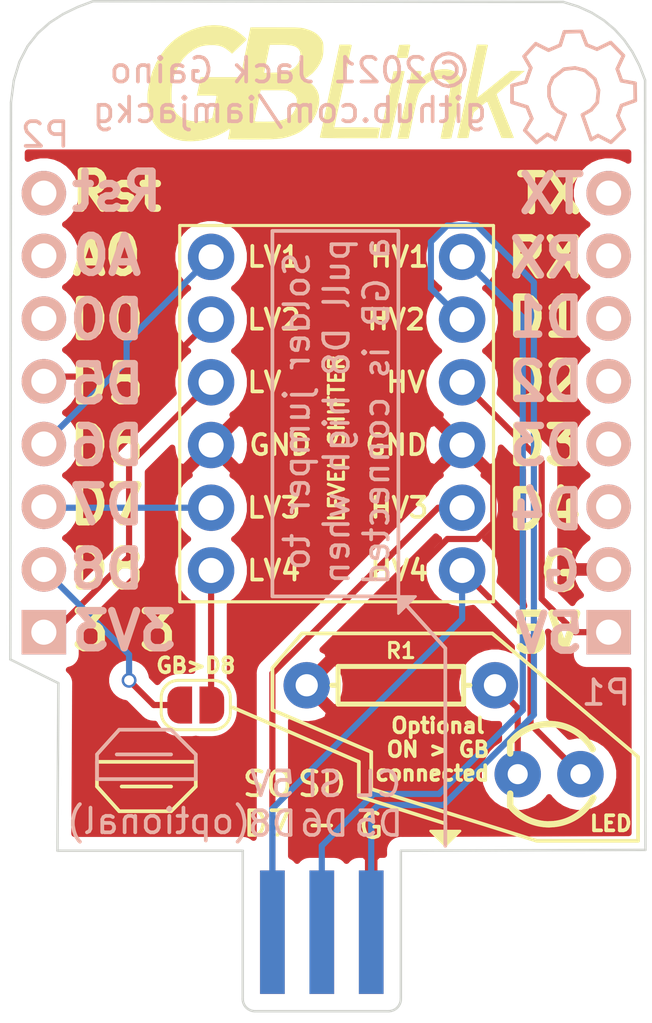
<source format=kicad_pcb>
(kicad_pcb (version 20171130) (host pcbnew 5.1.12-84ad8e8a86~92~ubuntu18.04.1)

  (general
    (thickness 1.6)
    (drawings 120)
    (tracks 59)
    (zones 0)
    (modules 9)
    (nets 24)
  )

  (page A4)
  (layers
    (0 F.Cu signal)
    (31 B.Cu signal)
    (32 B.Adhes user)
    (33 F.Adhes user)
    (34 B.Paste user)
    (35 F.Paste user)
    (36 B.SilkS user)
    (37 F.SilkS user)
    (38 B.Mask user)
    (39 F.Mask user)
    (40 Dwgs.User user)
    (41 Cmts.User user)
    (42 Eco1.User user)
    (43 Eco2.User user)
    (44 Edge.Cuts user)
    (45 Margin user)
    (46 B.CrtYd user)
    (47 F.CrtYd user)
    (48 B.Fab user)
    (49 F.Fab user)
  )

  (setup
    (last_trace_width 0.25)
    (trace_clearance 0.2)
    (zone_clearance 0.508)
    (zone_45_only no)
    (trace_min 0.2)
    (via_size 0.6)
    (via_drill 0.4)
    (via_min_size 0.4)
    (via_min_drill 0.3)
    (uvia_size 0.3)
    (uvia_drill 0.1)
    (uvias_allowed no)
    (uvia_min_size 0.2)
    (uvia_min_drill 0.1)
    (edge_width 0.1)
    (segment_width 0.2)
    (pcb_text_width 0.3)
    (pcb_text_size 1.5 1.5)
    (mod_edge_width 0.15)
    (mod_text_size 1 1)
    (mod_text_width 0.15)
    (pad_size 2.032 1.7272)
    (pad_drill 1.016)
    (pad_to_mask_clearance 0.2)
    (aux_axis_origin 0 0)
    (visible_elements FFFFFF7F)
    (pcbplotparams
      (layerselection 0x00030_80000001)
      (usegerberextensions false)
      (usegerberattributes true)
      (usegerberadvancedattributes true)
      (creategerberjobfile true)
      (excludeedgelayer true)
      (linewidth 0.100000)
      (plotframeref false)
      (viasonmask false)
      (mode 1)
      (useauxorigin false)
      (hpglpennumber 1)
      (hpglpenspeed 20)
      (hpglpendiameter 15.000000)
      (psnegative false)
      (psa4output false)
      (plotreference true)
      (plotvalue true)
      (plotinvisibletext false)
      (padsonsilk false)
      (subtractmaskfromsilk false)
      (outputformat 1)
      (mirror false)
      (drillshape 1)
      (scaleselection 1)
      (outputdirectory ""))
  )

  (net 0 "")
  (net 1 /+5V)
  (net 2 /GND)
  (net 3 /D4)
  (net 4 /D3)
  (net 5 /D2)
  (net 6 /D1)
  (net 7 /RX)
  (net 8 /TX)
  (net 9 /+3.3V)
  (net 10 /D8)
  (net 11 /D7)
  (net 12 /D6)
  (net 13 /D5)
  (net 14 /D0)
  (net 15 /A0)
  (net 16 /RST)
  (net 17 "Net-(B1-PadHV4)")
  (net 18 "Net-(B1-PadHV3)")
  (net 19 "Net-(B1-PadHV2)")
  (net 20 "Net-(B1-PadHV1)")
  (net 21 "Net-(GB1-Pad4)")
  (net 22 "Net-(D1-PadK)")
  (net 23 "Net-(B1-PadLV4)")

  (net_class Default "This is the default net class."
    (clearance 0.2)
    (trace_width 0.25)
    (via_dia 0.6)
    (via_drill 0.4)
    (uvia_dia 0.3)
    (uvia_drill 0.1)
    (add_net /+3.3V)
    (add_net /+5V)
    (add_net /A0)
    (add_net /D0)
    (add_net /D1)
    (add_net /D2)
    (add_net /D3)
    (add_net /D4)
    (add_net /D5)
    (add_net /D6)
    (add_net /D7)
    (add_net /D8)
    (add_net /GND)
    (add_net /RST)
    (add_net /RX)
    (add_net /TX)
    (add_net "Net-(B1-PadHV1)")
    (add_net "Net-(B1-PadHV2)")
    (add_net "Net-(B1-PadHV3)")
    (add_net "Net-(B1-PadHV4)")
    (add_net "Net-(B1-PadLV4)")
    (add_net "Net-(D1-PadK)")
    (add_net "Net-(GB1-Pad4)")
  )

  (module Jumper:SolderJumper-2_P1.3mm_Open_RoundedPad1.0x1.5mm (layer F.Cu) (tedit 5B391E66) (tstamp 61AEBBA8)
    (at 153.7 99.1 180)
    (descr "SMD Solder Jumper, 1x1.5mm, rounded Pads, 0.3mm gap, open")
    (tags "solder jumper open")
    (path /61AFA80D)
    (attr virtual)
    (fp_text reference JP1 (at 0 -1.8) (layer F.SilkS) hide
      (effects (font (size 1 1) (thickness 0.15)))
    )
    (fp_text value SolderJumper_2_Open (at 0 1.9) (layer F.Fab) hide
      (effects (font (size 1 1) (thickness 0.15)))
    )
    (fp_line (start 1.65 1.25) (end -1.65 1.25) (layer F.CrtYd) (width 0.05))
    (fp_line (start 1.65 1.25) (end 1.65 -1.25) (layer F.CrtYd) (width 0.05))
    (fp_line (start -1.65 -1.25) (end -1.65 1.25) (layer F.CrtYd) (width 0.05))
    (fp_line (start -1.65 -1.25) (end 1.65 -1.25) (layer F.CrtYd) (width 0.05))
    (fp_line (start -0.7 -1) (end 0.7 -1) (layer F.SilkS) (width 0.12))
    (fp_line (start 1.4 -0.3) (end 1.4 0.3) (layer F.SilkS) (width 0.12))
    (fp_line (start 0.7 1) (end -0.7 1) (layer F.SilkS) (width 0.12))
    (fp_line (start -1.4 0.3) (end -1.4 -0.3) (layer F.SilkS) (width 0.12))
    (fp_arc (start -0.7 -0.3) (end -0.7 -1) (angle -90) (layer F.SilkS) (width 0.12))
    (fp_arc (start -0.7 0.3) (end -1.4 0.3) (angle -90) (layer F.SilkS) (width 0.12))
    (fp_arc (start 0.7 0.3) (end 0.7 1) (angle -90) (layer F.SilkS) (width 0.12))
    (fp_arc (start 0.7 -0.3) (end 1.4 -0.3) (angle -90) (layer F.SilkS) (width 0.12))
    (fp_text user GB>D8 (at 0 1.6) (layer F.SilkS)
      (effects (font (size 0.6096 0.6096) (thickness 0.15)))
    )
    (pad 2 smd custom (at 0.65 0 180) (size 1 0.5) (layers F.Cu F.Mask)
      (net 10 /D8) (zone_connect 2)
      (options (clearance outline) (anchor rect))
      (primitives
        (gr_circle (center 0 0.25) (end 0.5 0.25) (width 0))
        (gr_circle (center 0 -0.25) (end 0.5 -0.25) (width 0))
        (gr_poly (pts
           (xy 0 -0.75) (xy -0.5 -0.75) (xy -0.5 0.75) (xy 0 0.75)) (width 0))
      ))
    (pad 1 smd custom (at -0.65 0 180) (size 1 0.5) (layers F.Cu F.Mask)
      (net 23 "Net-(B1-PadLV4)") (zone_connect 2)
      (options (clearance outline) (anchor rect))
      (primitives
        (gr_circle (center 0 0.25) (end 0.5 0.25) (width 0))
        (gr_circle (center 0 -0.25) (end 0.5 -0.25) (width 0))
        (gr_poly (pts
           (xy 0 -0.75) (xy 0.5 -0.75) (xy 0.5 0.75) (xy 0 0.75)) (width 0))
      ))
  )

  (module D1_mini:D1_mini_Pin_Header (layer B.Cu) (tedit 5766B078) (tstamp 5766A936)
    (at 170.41 96.15)
    (descr "Through hole pin header")
    (tags "pin header")
    (path /5763EB78)
    (fp_text reference P1 (at -0.11 2.45 180) (layer B.SilkS)
      (effects (font (size 1 1) (thickness 0.15)) (justify mirror))
    )
    (fp_text value CONN_01X08 (at 0 3.1 180) (layer B.Fab) hide
      (effects (font (size 1 1) (thickness 0.15)) (justify mirror))
    )
    (fp_line (start -1.75 -19.55) (end 1.75 -19.55) (layer B.CrtYd) (width 0.05))
    (fp_line (start -1.75 1.75) (end 1.75 1.75) (layer B.CrtYd) (width 0.05))
    (fp_line (start 1.75 1.75) (end 1.75 -19.55) (layer B.CrtYd) (width 0.05))
    (fp_line (start -1.75 1.75) (end -1.75 -19.55) (layer B.CrtYd) (width 0.05))
    (pad 1 thru_hole rect (at 0 0) (size 1.8 1.8) (drill 1.016) (layers *.Cu *.Mask B.SilkS)
      (net 1 /+5V))
    (pad 2 thru_hole oval (at 0 -2.54) (size 1.8 1.8) (drill 1.016) (layers *.Cu *.Mask B.SilkS)
      (net 2 /GND))
    (pad 3 thru_hole oval (at 0 -5.08) (size 1.8 1.8) (drill 1.016) (layers *.Cu *.Mask B.SilkS)
      (net 3 /D4))
    (pad 4 thru_hole oval (at 0 -7.62) (size 1.8 1.8) (drill 1.016) (layers *.Cu *.Mask B.SilkS)
      (net 4 /D3))
    (pad 5 thru_hole oval (at 0 -10.16) (size 1.8 1.8) (drill 1.016) (layers *.Cu *.Mask B.SilkS)
      (net 5 /D2))
    (pad 6 thru_hole oval (at 0 -12.7) (size 1.8 1.8) (drill 1.016) (layers *.Cu *.Mask B.SilkS)
      (net 6 /D1))
    (pad 7 thru_hole oval (at 0 -15.24) (size 1.8 1.8) (drill 1.016) (layers *.Cu *.Mask B.SilkS)
      (net 7 /RX))
    (pad 8 thru_hole oval (at 0 -17.78) (size 1.8 1.8) (drill 1.016) (layers *.Cu *.Mask B.SilkS)
      (net 8 /TX))
    (model Pin_Headers.3dshapes/Pin_Header_Straight_1x08.wrl
      (offset (xyz 0 -8.889999866485596 0))
      (scale (xyz 1 1 1))
      (rotate (xyz 0 0 90))
    )
  )

  (module Aesthetics:gblinksmall (layer F.Cu) (tedit 0) (tstamp 61AE818A)
    (at 159 73.5)
    (fp_text reference G*** (at 0 0) (layer F.SilkS) hide
      (effects (font (size 1.524 1.524) (thickness 0.3)))
    )
    (fp_text value LOGO (at 0.75 0) (layer F.SilkS) hide
      (effects (font (size 1.524 1.524) (thickness 0.3)))
    )
    (fp_poly (pts (xy 3.332389 -1.139804) (xy 3.365175 -1.132649) (xy 3.374701 -1.117043) (xy 3.370137 -1.090755)
      (xy 3.369107 -1.086887) (xy 3.356939 -1.035236) (xy 3.338487 -0.949911) (xy 3.317225 -0.847094)
      (xy 3.311598 -0.81915) (xy 3.269648 -0.6096) (xy 2.825217 -0.6096) (xy 2.880635 -0.86995)
      (xy 2.936052 -1.1303) (xy 3.160359 -1.137687) (xy 3.267174 -1.140739) (xy 3.332389 -1.139804)) (layer F.SilkS) (width 0.01))
    (fp_poly (pts (xy 6.413989 -1.14206) (xy 6.479348 -1.137978) (xy 6.511857 -1.128866) (xy 6.520483 -1.112833)
      (xy 6.517759 -1.09855) (xy 6.506389 -1.053435) (xy 6.486874 -0.967596) (xy 6.460509 -0.847297)
      (xy 6.428592 -0.6988) (xy 6.392417 -0.528369) (xy 6.353282 -0.342267) (xy 6.312481 -0.146756)
      (xy 6.271311 0.051901) (xy 6.231069 0.24744) (xy 6.193049 0.4336) (xy 6.158547 0.604116)
      (xy 6.128861 0.752726) (xy 6.105286 0.873168) (xy 6.089117 0.959177) (xy 6.081652 1.004491)
      (xy 6.081451 1.009917) (xy 6.102893 0.996975) (xy 6.159006 0.955393) (xy 6.245208 0.888779)
      (xy 6.356915 0.800738) (xy 6.489545 0.694878) (xy 6.638514 0.574803) (xy 6.764863 0.472164)
      (xy 7.437663 -0.0762) (xy 8.005351 -0.0762) (xy 7.445356 0.381838) (xy 7.30076 0.500431)
      (xy 7.169277 0.608886) (xy 7.05598 0.702971) (xy 6.965939 0.778453) (xy 6.904227 0.831099)
      (xy 6.875914 0.856676) (xy 6.874751 0.858088) (xy 6.881591 0.88496) (xy 6.905717 0.953471)
      (xy 6.945067 1.058288) (xy 6.997578 1.194081) (xy 7.061188 1.355517) (xy 7.133834 1.537264)
      (xy 7.213453 1.733991) (xy 7.215859 1.7399) (xy 7.296007 1.937165) (xy 7.369786 2.119668)
      (xy 7.435059 2.282053) (xy 7.489691 2.418968) (xy 7.531546 2.525056) (xy 7.558487 2.594966)
      (xy 7.568379 2.623342) (xy 7.568389 2.623469) (xy 7.545191 2.631257) (xy 7.482084 2.636085)
      (xy 7.389899 2.637396) (xy 7.321926 2.636169) (xy 7.074653 2.6289) (xy 6.801948 1.9304)
      (xy 6.731955 1.751308) (xy 6.667252 1.586109) (xy 6.610339 1.441153) (xy 6.563712 1.32279)
      (xy 6.52987 1.237369) (xy 6.51131 1.19124) (xy 6.509262 1.186389) (xy 6.496475 1.171822)
      (xy 6.47293 1.173806) (xy 6.432417 1.196103) (xy 6.368727 1.242474) (xy 6.27565 1.316681)
      (xy 6.22279 1.359938) (xy 6.124108 1.442529) (xy 6.04032 1.515438) (xy 5.979034 1.571836)
      (xy 5.94786 1.604894) (xy 5.945684 1.608649) (xy 5.93742 1.641674) (xy 5.920599 1.716373)
      (xy 5.896979 1.824676) (xy 5.868316 1.958516) (xy 5.836367 2.109823) (xy 5.831384 2.1336)
      (xy 5.7277 2.6289) (xy 5.502335 2.636284) (xy 5.391342 2.638317) (xy 5.323672 2.63499)
      (xy 5.292048 2.625438) (xy 5.288363 2.610884) (xy 5.295312 2.581289) (xy 5.311854 2.505915)
      (xy 5.337151 2.388698) (xy 5.370365 2.233578) (xy 5.410659 2.044491) (xy 5.457195 1.825376)
      (xy 5.509136 1.58017) (xy 5.565644 1.312812) (xy 5.625881 1.027239) (xy 5.68901 0.727389)
      (xy 5.69108 0.71755) (xy 6.082404 -1.143) (xy 6.306813 -1.143) (xy 6.413989 -1.14206)) (layer F.SilkS) (width 0.01))
    (fp_poly (pts (xy 3.103726 -0.072943) (xy 3.13652 -0.065694) (xy 3.146259 -0.049937) (xy 3.142181 -0.02343)
      (xy 3.141364 -0.020083) (xy 3.133473 0.015514) (xy 3.116161 0.095905) (xy 3.090475 0.216172)
      (xy 3.057456 0.371399) (xy 3.018151 0.556667) (xy 2.973602 0.767061) (xy 2.924853 0.997662)
      (xy 2.872949 1.243554) (xy 2.856728 1.320473) (xy 2.804284 1.568504) (xy 2.754738 1.801475)
      (xy 2.709114 2.014657) (xy 2.668438 2.203323) (xy 2.633736 2.362744) (xy 2.606033 2.488193)
      (xy 2.586354 2.574941) (xy 2.575726 2.61826) (xy 2.574377 2.622223) (xy 2.545637 2.630694)
      (xy 2.481275 2.636906) (xy 2.396427 2.640614) (xy 2.306231 2.64157) (xy 2.225825 2.639529)
      (xy 2.170345 2.634243) (xy 2.154918 2.629052) (xy 2.157646 2.602548) (xy 2.170075 2.530951)
      (xy 2.191289 2.418844) (xy 2.22037 2.270813) (xy 2.256402 2.09144) (xy 2.298469 1.885311)
      (xy 2.345654 1.65701) (xy 2.397039 1.411121) (xy 2.425396 1.276502) (xy 2.708421 -0.0635)
      (xy 2.932023 -0.070883) (xy 3.03864 -0.073926) (xy 3.103726 -0.072943)) (layer F.SilkS) (width 0.01))
    (fp_poly (pts (xy 0.88428 -1.142168) (xy 0.956325 -1.138701) (xy 0.99481 -1.130924) (xy 1.00835 -1.117218)
      (xy 1.006349 -1.09855) (xy 0.998923 -1.066465) (xy 0.981945 -0.989011) (xy 0.956341 -0.870528)
      (xy 0.923037 -0.715354) (xy 0.882961 -0.527829) (xy 0.837039 -0.31229) (xy 0.7862 -0.073078)
      (xy 0.731368 0.18547) (xy 0.673472 0.459013) (xy 0.660431 0.5207) (xy 0.601919 0.797391)
      (xy 0.546243 1.060381) (xy 0.494334 1.305285) (xy 0.447125 1.527718) (xy 0.405548 1.723298)
      (xy 0.370536 1.887637) (xy 0.343021 2.016354) (xy 0.323935 2.105062) (xy 0.31421 2.149377)
      (xy 0.31344 2.15265) (xy 0.299292 2.2098) (xy 1.231863 2.2098) (xy 1.483145 2.210137)
      (xy 1.687588 2.211241) (xy 1.849153 2.213247) (xy 1.971797 2.216293) (xy 2.059479 2.220515)
      (xy 2.116158 2.226048) (xy 2.145793 2.233031) (xy 2.15236 2.24155) (xy 2.142185 2.280983)
      (xy 2.126685 2.355128) (xy 2.109056 2.448618) (xy 2.107475 2.45745) (xy 2.074664 2.6416)
      (xy 0.894914 2.6416) (xy 0.609314 2.641338) (xy 0.370952 2.640489) (xy 0.176269 2.638955)
      (xy 0.021705 2.636641) (xy -0.096299 2.633449) (xy -0.181303 2.629283) (xy -0.236866 2.624045)
      (xy -0.266548 2.61764) (xy -0.273909 2.60997) (xy -0.273869 2.60985) (xy -0.266983 2.580426)
      (xy -0.25049 2.505223) (xy -0.225229 2.388174) (xy -0.192036 2.233215) (xy -0.15175 2.044279)
      (xy -0.105207 1.825303) (xy -0.053245 1.58022) (xy 0.003298 1.312964) (xy 0.063585 1.027472)
      (xy 0.126778 0.727677) (xy 0.128899 0.717608) (xy 0.5207 -1.142884) (xy 0.770061 -1.142942)
      (xy 0.88428 -1.142168)) (layer F.SilkS) (width 0.01))
    (fp_poly (pts (xy 4.868614 -0.141577) (xy 5.047898 -0.105785) (xy 5.110943 -0.081815) (xy 5.224329 -0.010796)
      (xy 5.329299 0.091135) (xy 5.409866 0.206787) (xy 5.437885 0.26973) (xy 5.453586 0.325667)
      (xy 5.463136 0.388494) (xy 5.465903 0.463088) (xy 5.461255 0.554329) (xy 5.448562 0.667095)
      (xy 5.427191 0.806264) (xy 5.396512 0.976716) (xy 5.355893 1.183327) (xy 5.304702 1.430978)
      (xy 5.260761 1.6383) (xy 5.214724 1.853356) (xy 5.17166 2.053362) (xy 5.132787 2.232743)
      (xy 5.099325 2.385926) (xy 5.072493 2.507336) (xy 5.053508 2.5914) (xy 5.04359 2.632545)
      (xy 5.042759 2.63525) (xy 5.01402 2.649242) (xy 4.949549 2.659709) (xy 4.864321 2.666207)
      (xy 4.773309 2.66829) (xy 4.691489 2.665512) (xy 4.633834 2.657428) (xy 4.615626 2.64795)
      (xy 4.618457 2.619622) (xy 4.630951 2.547236) (xy 4.651997 2.436382) (xy 4.680487 2.292645)
      (xy 4.715311 2.121615) (xy 4.755362 1.928879) (xy 4.799528 1.720024) (xy 4.803417 1.7018)
      (xy 4.848748 1.486209) (xy 4.890493 1.281331) (xy 4.927428 1.093659) (xy 4.958329 0.929683)
      (xy 4.981972 0.795897) (xy 4.997134 0.698792) (xy 5.00259 0.645106) (xy 4.982808 0.507209)
      (xy 4.919621 0.394412) (xy 4.811505 0.304293) (xy 4.774994 0.283836) (xy 4.69844 0.249771)
      (xy 4.627001 0.235058) (xy 4.536927 0.235759) (xy 4.501482 0.238492) (xy 4.319679 0.271529)
      (xy 4.160193 0.340908) (xy 4.008918 0.45307) (xy 3.986493 0.473579) (xy 3.842771 0.632874)
      (xy 3.738431 0.809662) (xy 3.690517 0.929895) (xy 3.674818 0.985239) (xy 3.650535 1.083192)
      (xy 3.619297 1.216601) (xy 3.582735 1.378314) (xy 3.542478 1.561176) (xy 3.500159 1.758035)
      (xy 3.479843 1.8542) (xy 3.311791 2.6543) (xy 3.090995 2.661638) (xy 2.9925 2.662793)
      (xy 2.917007 2.659636) (xy 2.875923 2.652829) (xy 2.871677 2.648938) (xy 2.877062 2.620985)
      (xy 2.892 2.547942) (xy 2.915529 2.43442) (xy 2.946684 2.28503) (xy 2.984501 2.104382)
      (xy 3.028014 1.897086) (xy 3.076261 1.667751) (xy 3.128276 1.420989) (xy 3.157467 1.2827)
      (xy 3.441779 -0.0635) (xy 3.638589 -0.070919) (xy 3.741765 -0.07405) (xy 3.802411 -0.068355)
      (xy 3.828794 -0.045587) (xy 3.82918 0.002503) (xy 3.811837 0.084163) (xy 3.808497 0.098602)
      (xy 3.79557 0.168031) (xy 3.792739 0.21403) (xy 3.795204 0.222271) (xy 3.81955 0.214219)
      (xy 3.868904 0.180305) (xy 3.909817 0.147118) (xy 4.072464 0.034159) (xy 4.260895 -0.053329)
      (xy 4.463884 -0.113209) (xy 4.670199 -0.143338) (xy 4.868614 -0.141577)) (layer F.SilkS) (width 0.01))
    (fp_poly (pts (xy -4.303086 -1.915906) (xy -4.02612 -1.86148) (xy -3.768082 -1.764336) (xy -3.764376 -1.762541)
      (xy -3.684106 -1.717154) (xy -3.590754 -1.654659) (xy -3.49356 -1.582536) (xy -3.401767 -1.508266)
      (xy -3.324616 -1.43933) (xy -3.271347 -1.38321) (xy -3.251203 -1.347387) (xy -3.2512 -1.347115)
      (xy -3.268841 -1.324262) (xy -3.317533 -1.273358) (xy -3.390931 -1.200734) (xy -3.482688 -1.112723)
      (xy -3.542215 -1.056751) (xy -3.83323 -0.785048) (xy -3.967971 -0.894796) (xy -4.103126 -0.995065)
      (xy -4.229208 -1.063409) (xy -4.36168 -1.105065) (xy -4.516003 -1.12527) (xy -4.6609 -1.129507)
      (xy -4.880974 -1.118996) (xy -5.07001 -1.08409) (xy -5.243637 -1.020461) (xy -5.417487 -0.92378)
      (xy -5.427738 -0.917177) (xy -5.633357 -0.760585) (xy -5.80978 -0.574282) (xy -5.962786 -0.351328)
      (xy -6.071189 -0.144102) (xy -6.155757 0.052879) (xy -6.216134 0.23609) (xy -6.255584 0.421114)
      (xy -6.277368 0.623536) (xy -6.284749 0.858939) (xy -6.284809 0.8763) (xy -6.284319 1.029459)
      (xy -6.281338 1.142844) (xy -6.274676 1.227466) (xy -6.263139 1.294334) (xy -6.245536 1.354458)
      (xy -6.228044 1.400736) (xy -6.17574 1.505364) (xy -6.106592 1.612104) (xy -6.068416 1.660152)
      (xy -5.92816 1.782999) (xy -5.75443 1.876909) (xy -5.556531 1.940348) (xy -5.343766 1.971781)
      (xy -5.125437 1.969672) (xy -4.935455 1.93675) (xy -2.919778 1.93675) (xy -2.916417 1.953107)
      (xy -2.900607 1.964884) (xy -2.865314 1.972809) (xy -2.803504 1.977612) (xy -2.708143 1.980022)
      (xy -2.572199 1.98077) (xy -2.49555 1.980758) (xy -2.289659 1.977708) (xy -2.112474 1.969339)
      (xy -1.972158 1.95615) (xy -1.901343 1.944548) (xy -1.687072 1.879721) (xy -1.512808 1.784113)
      (xy -1.37749 1.65684) (xy -1.280055 1.497018) (xy -1.242794 1.39679) (xy -1.204333 1.219406)
      (xy -1.206731 1.070609) (xy -1.25108 0.947377) (xy -1.33847 0.846686) (xy -1.469994 0.765516)
      (xy -1.470901 0.76509) (xy -1.519899 0.742875) (xy -1.564545 0.726246) (xy -1.613021 0.714394)
      (xy -1.673511 0.706511) (xy -1.754196 0.701788) (xy -1.863258 0.699418) (xy -2.008882 0.698592)
      (xy -2.14504 0.6985) (xy -2.67718 0.6985) (xy -2.797867 1.2954) (xy -2.83183 1.464928)
      (xy -2.862199 1.619486) (xy -2.88755 1.751582) (xy -2.906457 1.853722) (xy -2.917497 1.918414)
      (xy -2.919778 1.93675) (xy -4.935455 1.93675) (xy -4.910848 1.932486) (xy -4.75069 1.87756)
      (xy -4.629414 1.825389) (xy -4.548437 1.414344) (xy -4.520409 1.273314) (xy -4.494956 1.14756)
      (xy -4.474028 1.046531) (xy -4.459572 0.979676) (xy -4.454519 0.95885) (xy -4.453183 0.942174)
      (xy -4.465091 0.930266) (xy -4.497241 0.922332) (xy -4.556627 0.917579) (xy -4.650247 0.915213)
      (xy -4.785098 0.91444) (xy -4.846402 0.9144) (xy -5.251227 0.9144) (xy -5.203616 0.67945)
      (xy -5.178773 0.556901) (xy -5.154147 0.435495) (xy -5.133961 0.336048) (xy -5.128902 0.31115)
      (xy -5.101799 0.1778) (xy -3.487147 0.1778) (xy -3.452832 0.006024) (xy -2.54248 0.006024)
      (xy -2.12849 -0.006462) (xy -1.91463 -0.015848) (xy -1.749158 -0.029751) (xy -1.629844 -0.04839)
      (xy -1.585376 -0.060003) (xy -1.399406 -0.141462) (xy -1.251675 -0.254581) (xy -1.143896 -0.39756)
      (xy -1.077782 -0.568596) (xy -1.070541 -0.601697) (xy -1.056293 -0.755541) (xy -1.080823 -0.879501)
      (xy -1.145158 -0.977689) (xy -1.170348 -1.001042) (xy -1.242782 -1.051594) (xy -1.328759 -1.089399)
      (xy -1.436017 -1.115942) (xy -1.57229 -1.13271) (xy -1.745317 -1.141188) (xy -1.909611 -1.143)
      (xy -2.046001 -1.142514) (xy -2.162553 -1.141172) (xy -2.250717 -1.139146) (xy -2.301942 -1.136611)
      (xy -2.3114 -1.134855) (xy -2.31616 -1.107953) (xy -2.329254 -1.04014) (xy -2.348901 -0.940287)
      (xy -2.373323 -0.817266) (xy -2.400741 -0.67995) (xy -2.429375 -0.53721) (xy -2.457445 -0.397918)
      (xy -2.483173 -0.270946) (xy -2.504779 -0.165165) (xy -2.520483 -0.089449) (xy -2.528149 -0.054138)
      (xy -2.54248 0.006024) (xy -3.452832 0.006024) (xy -3.285453 -0.83185) (xy -3.083758 -1.8415)
      (xy -2.081629 -1.840802) (xy -1.822192 -1.840381) (xy -1.60803 -1.839372) (xy -1.433616 -1.837562)
      (xy -1.293427 -1.834737) (xy -1.181938 -1.830685) (xy -1.093624 -1.825193) (xy -1.022961 -1.818046)
      (xy -0.964424 -1.809032) (xy -0.912488 -1.797938) (xy -0.9017 -1.795274) (xy -0.674151 -1.723769)
      (xy -0.489805 -1.633533) (xy -0.343451 -1.521211) (xy -0.229875 -1.383445) (xy -0.20858 -1.349067)
      (xy -0.17645 -1.289725) (xy -0.156175 -1.234595) (xy -0.14508 -1.169262) (xy -0.140488 -1.07931)
      (xy -0.1397 -0.9779) (xy -0.145353 -0.806244) (xy -0.163343 -0.671186) (xy -0.186487 -0.5842)
      (xy -0.27977 -0.372667) (xy -0.410352 -0.172819) (xy -0.568958 0.004081) (xy -0.746316 0.146771)
      (xy -0.829432 0.196636) (xy -0.977384 0.276025) (xy -0.901442 0.303543) (xy -0.765945 0.357812)
      (xy -0.66335 0.413544) (xy -0.576612 0.481478) (xy -0.506896 0.552144) (xy -0.394241 0.71009)
      (xy -0.326625 0.888745) (xy -0.303859 1.089241) (xy -0.325754 1.312714) (xy -0.357399 1.448129)
      (xy -0.431919 1.665508) (xy -0.530305 1.853632) (xy -0.662225 2.028937) (xy -0.761146 2.134454)
      (xy -0.921512 2.278876) (xy -1.088028 2.39339) (xy -1.276607 2.487651) (xy -1.454273 2.555043)
      (xy -1.557905 2.58838) (xy -1.659353 2.615964) (xy -1.764661 2.638318) (xy -1.879874 2.655966)
      (xy -2.011038 2.669429) (xy -2.164197 2.67923) (xy -2.345397 2.685893) (xy -2.560682 2.689939)
      (xy -2.816097 2.691892) (xy -3.04165 2.692297) (xy -3.255225 2.692062) (xy -3.451938 2.691348)
      (xy -3.62622 2.690213) (xy -3.772497 2.688715) (xy -3.885199 2.686913) (xy -3.958754 2.684865)
      (xy -3.987589 2.682628) (xy -3.9878 2.682416) (xy -3.983016 2.654583) (xy -3.97033 2.589729)
      (xy -3.952241 2.500557) (xy -3.947435 2.477248) (xy -3.926428 2.36415) (xy -3.920501 2.295345)
      (xy -3.930468 2.266368) (xy -3.957144 2.272756) (xy -3.981295 2.29152) (xy -4.052766 2.342996)
      (xy -4.15876 2.405606) (xy -4.28623 2.472663) (xy -4.422128 2.537478) (xy -4.553405 2.593365)
      (xy -4.616045 2.616866) (xy -4.900478 2.697746) (xy -5.202295 2.748481) (xy -5.505442 2.767519)
      (xy -5.793865 2.753309) (xy -5.889733 2.739967) (xy -6.177477 2.669203) (xy -6.434829 2.558927)
      (xy -6.660194 2.411475) (xy -6.851978 2.229183) (xy -7.008586 2.014389) (xy -7.128425 1.769427)
      (xy -7.2099 1.496635) (xy -7.251416 1.198349) (xy -7.25138 0.876904) (xy -7.241257 0.759374)
      (xy -7.173196 0.350682) (xy -7.059667 -0.038508) (xy -6.901782 -0.405528) (xy -6.70065 -0.747707)
      (xy -6.506578 -1.005091) (xy -6.28628 -1.234924) (xy -6.038667 -1.434813) (xy -5.769521 -1.603161)
      (xy -5.48462 -1.738372) (xy -5.189746 -1.838849) (xy -4.890679 -1.902994) (xy -4.593199 -1.929212)
      (xy -4.303086 -1.915906)) (layer F.SilkS) (width 0.01))
  )

  (module Resistors:AXIAL-0.3 (layer F.Cu) (tedit 200000) (tstamp 61AE7AD7)
    (at 162 98.3)
    (descr AXIAL-0.3)
    (tags AXIAL-0.3)
    (path /61AEC6FB)
    (attr virtual)
    (fp_text reference R1 (at 0 -1.397) (layer F.SilkS)
      (effects (font (size 0.6096 0.6096) (thickness 0.127)))
    )
    (fp_text value 1KOHM-HORIZ-1_4W-1% (at 0 1.397) (layer F.SilkS) hide
      (effects (font (size 0.6096 0.6096) (thickness 0.127)))
    )
    (fp_line (start -2.54 0) (end -2.794 0) (layer F.SilkS) (width 0.2032))
    (fp_line (start 2.54 0) (end 2.794 0) (layer F.SilkS) (width 0.2032))
    (fp_line (start -2.54 0) (end -2.54 -0.762) (layer F.SilkS) (width 0.2032))
    (fp_line (start -2.54 0.762) (end -2.54 0) (layer F.SilkS) (width 0.2032))
    (fp_line (start 2.54 0.762) (end -2.54 0.762) (layer F.SilkS) (width 0.2032))
    (fp_line (start 2.54 0) (end 2.54 0.762) (layer F.SilkS) (width 0.2032))
    (fp_line (start 2.54 -0.762) (end 2.54 0) (layer F.SilkS) (width 0.2032))
    (fp_line (start -2.54 -0.762) (end 2.54 -0.762) (layer F.SilkS) (width 0.2032))
    (pad P$2 thru_hole circle (at 3.81 0) (size 1.8796 1.8796) (drill 0.89916) (layers *.Cu *.Mask)
      (net 22 "Net-(D1-PadK)") (solder_mask_margin 0.1016))
    (pad P$1 thru_hole circle (at -3.81 0) (size 1.8796 1.8796) (drill 0.89916) (layers *.Cu *.Mask)
      (net 2 /GND) (solder_mask_margin 0.1016))
  )

  (module LED:LED_3MM (layer F.Cu) (tedit 200000) (tstamp 61AE7A84)
    (at 168 101.9 180)
    (descr "LED 3MM PTH")
    (tags "LED 3MM PTH")
    (path /61AE93E7)
    (attr virtual)
    (fp_text reference D1 (at 0 -2.58826) (layer F.SilkS) hide
      (effects (font (size 0.6096 0.6096) (thickness 0.127)))
    )
    (fp_text value LED3MM (at 0 2.667) (layer F.SilkS) hide
      (effects (font (size 0.6096 0.6096) (thickness 0.127)))
    )
    (fp_line (start 1.5748 1.29286) (end 1.5748 0.8382) (layer F.SilkS) (width 0.254))
    (fp_line (start 1.5748 -1.29286) (end 1.5748 -0.7874) (layer F.SilkS) (width 0.254))
    (fp_line (start 1.5748 1.29286) (end 1.5748 0.8382) (layer F.SilkS) (width 0.254))
    (fp_line (start 1.5748 -1.29286) (end 1.5748 -0.7874) (layer F.SilkS) (width 0.254))
    (fp_line (start 1.5748 1.27) (end 1.5748 -1.27) (layer Dwgs.User) (width 0.254))
    (fp_arc (start 0 0) (end 0 2.032) (angle 60.2) (layer F.SilkS) (width 0.254))
    (fp_arc (start 0 0) (end 1.5494 1.31064) (angle 49.7) (layer F.SilkS) (width 0.254))
    (fp_arc (start 0 0) (end -1.7907 -0.95504) (angle 61.9) (layer F.SilkS) (width 0.254))
    (fp_arc (start 0 0) (end 0 -2.032) (angle 50.1) (layer F.SilkS) (width 0.254))
    (fp_arc (start 0 0) (end -1.72974 1.06426) (angle 31.6) (layer Dwgs.User) (width 0.254))
    (fp_arc (start 0 0) (end -2.032 0) (angle 28.3) (layer Dwgs.User) (width 0.254))
    (fp_arc (start 0 0) (end 0 2.032) (angle 60.2) (layer F.SilkS) (width 0.254))
    (fp_arc (start 0 0) (end 1.5494 1.31064) (angle 49.7) (layer F.SilkS) (width 0.254))
    (fp_arc (start 0 0) (end -1.7907 -0.95504) (angle 61.9) (layer F.SilkS) (width 0.254))
    (fp_arc (start 0 0) (end 0 -2.032) (angle 50.1) (layer F.SilkS) (width 0.254))
    (fp_text user LED (at -2.5 -2 180) (layer F.SilkS)
      (effects (font (size 0.6096 0.6096) (thickness 0.15)))
    )
    (pad K thru_hole circle (at 1.27 0 180) (size 1.8796 1.8796) (drill 0.8128) (layers *.Cu *.Mask)
      (net 22 "Net-(D1-PadK)") (solder_mask_margin 0.1016))
    (pad A thru_hole circle (at -1.27 0 180) (size 1.8796 1.8796) (drill 0.8128) (layers *.Cu *.Mask)
      (net 17 "Net-(B1-PadHV4)") (solder_mask_margin 0.1016))
  )

  (module gb-link-socket:gb-link-socket (layer F.Cu) (tedit 574068B5) (tstamp 61AAF3AC)
    (at 158.8 108.3)
    (path /61AAA636)
    (fp_text reference GB1 (at -6.8 -4.5) (layer F.SilkS) hide
      (effects (font (size 1 1) (thickness 0.15)))
    )
    (fp_text value gb-link-socket (at 0 -4) (layer F.Fab)
      (effects (font (size 1 1) (thickness 0.15)))
    )
    (pad 1 connect rect (at -2 0) (size 1 5) (layers B.Cu B.Mask)
      (net 17 "Net-(B1-PadHV4)"))
    (pad 3 connect rect (at 0 0) (size 1 5) (layers B.Cu B.Mask)
      (net 20 "Net-(B1-PadHV1)"))
    (pad 5 connect rect (at 2 0) (size 1 5) (layers B.Cu B.Mask)
      (net 19 "Net-(B1-PadHV2)"))
    (pad 2 connect rect (at -2 0) (size 1 5) (layers F.Cu F.Mask)
      (net 18 "Net-(B1-PadHV3)"))
    (pad 6 connect rect (at 2 0) (size 1 5) (layers F.Cu F.Mask)
      (net 2 /GND))
    (pad 4 connect rect (at 0 0) (size 1 5) (layers F.Cu F.Mask)
      (net 21 "Net-(GB1-Pad4)"))
  )

  (module Boards:SPARKFUN_LOGIC_LEVEL_CONVERTER (layer F.Cu) (tedit 200000) (tstamp 61AADF46)
    (at 159.4 87.3)
    (descr "SPARKFUN LOGIC LEVEL CONVERTER")
    (tags "SPARKFUN LOGIC LEVEL CONVERTER")
    (path /61AA8C81)
    (attr virtual)
    (fp_text reference B1 (at 0 -6.985) (layer F.SilkS) hide
      (effects (font (size 0.6096 0.6096) (thickness 0.127)))
    )
    (fp_text value "LEVEL SHIFTER" (at 0 1 90) (layer F.SilkS)
      (effects (font (size 0.6096 0.6096) (thickness 0.127)))
    )
    (fp_line (start 6.35 7.62) (end -6.35 7.62) (layer F.SilkS) (width 0.127))
    (fp_line (start 6.35 -7.62) (end 6.35 7.62) (layer F.SilkS) (width 0.127))
    (fp_line (start -6.35 -7.62) (end 6.35 -7.62) (layer F.SilkS) (width 0.127))
    (fp_line (start -6.35 7.62) (end -6.35 -7.62) (layer F.SilkS) (width 0.127))
    (fp_text user LV1 (at -2.54 -6.35) (layer F.SilkS)
      (effects (font (size 0.8128 0.8128) (thickness 0.1524)))
    )
    (fp_text user LV2 (at -2.54 -3.81) (layer F.SilkS)
      (effects (font (size 0.8128 0.8128) (thickness 0.1524)))
    )
    (fp_text user HV1 (at 2.54 -6.35) (layer F.SilkS)
      (effects (font (size 0.8128 0.8128) (thickness 0.1524)))
    )
    (fp_text user HV2 (at 2.413 -3.81) (layer F.SilkS)
      (effects (font (size 0.8128 0.8128) (thickness 0.1524)))
    )
    (fp_text user LV (at -2.921 -1.27) (layer F.SilkS)
      (effects (font (size 0.8128 0.8128) (thickness 0.1524)))
    )
    (fp_text user GND (at -2.286 1.27) (layer F.SilkS)
      (effects (font (size 0.8128 0.8128) (thickness 0.1524)))
    )
    (fp_text user LV3 (at -2.54 3.81) (layer F.SilkS)
      (effects (font (size 0.8128 0.8128) (thickness 0.1524)))
    )
    (fp_text user LV4 (at -2.54 6.35) (layer F.SilkS)
      (effects (font (size 0.8128 0.8128) (thickness 0.1524)))
    )
    (fp_text user HV (at 2.794 -1.27) (layer F.SilkS)
      (effects (font (size 0.8128 0.8128) (thickness 0.1524)))
    )
    (fp_text user GND (at 2.413 1.27) (layer F.SilkS)
      (effects (font (size 0.8128 0.8128) (thickness 0.1524)))
    )
    (fp_text user HV3 (at 2.54 3.81) (layer F.SilkS)
      (effects (font (size 0.8128 0.8128) (thickness 0.1524)))
    )
    (fp_text user HV4 (at 2.54 6.35) (layer F.SilkS)
      (effects (font (size 0.8128 0.8128) (thickness 0.1524)))
    )
    (pad GND1 thru_hole circle (at -5.08 1.27) (size 1.8796 1.8796) (drill 1.016) (layers *.Cu *.Mask)
      (net 2 /GND) (solder_mask_margin 0.1016))
    (pad GND2 thru_hole circle (at 5.08 1.27) (size 1.8796 1.8796) (drill 1.016) (layers *.Cu *.Mask)
      (net 2 /GND) (solder_mask_margin 0.1016))
    (pad HV thru_hole circle (at 5.08 -1.27) (size 1.8796 1.8796) (drill 1.016) (layers *.Cu *.Mask)
      (net 1 /+5V) (solder_mask_margin 0.1016))
    (pad HV1 thru_hole circle (at 5.08 -6.35) (size 1.8796 1.8796) (drill 1.016) (layers *.Cu *.Mask)
      (net 20 "Net-(B1-PadHV1)") (solder_mask_margin 0.1016))
    (pad HV2 thru_hole circle (at 5.08 -3.81) (size 1.8796 1.8796) (drill 1.016) (layers *.Cu *.Mask)
      (net 19 "Net-(B1-PadHV2)") (solder_mask_margin 0.1016))
    (pad HV3 thru_hole circle (at 5.08 3.81) (size 1.8796 1.8796) (drill 1.016) (layers *.Cu *.Mask)
      (net 18 "Net-(B1-PadHV3)") (solder_mask_margin 0.1016))
    (pad HV4 thru_hole circle (at 5.08 6.35) (size 1.8796 1.8796) (drill 1.016) (layers *.Cu *.Mask)
      (net 17 "Net-(B1-PadHV4)") (solder_mask_margin 0.1016))
    (pad LV thru_hole circle (at -5.08 -1.27) (size 1.8796 1.8796) (drill 1.016) (layers *.Cu *.Mask)
      (net 9 /+3.3V) (solder_mask_margin 0.1016))
    (pad LV1 thru_hole circle (at -5.08 -6.35) (size 1.8796 1.8796) (drill 1.016) (layers *.Cu *.Mask)
      (net 12 /D6) (solder_mask_margin 0.1016))
    (pad LV2 thru_hole circle (at -5.08 -3.81) (size 1.8796 1.8796) (drill 1.016) (layers *.Cu *.Mask)
      (net 13 /D5) (solder_mask_margin 0.1016))
    (pad LV3 thru_hole circle (at -5.08 3.81) (size 1.8796 1.8796) (drill 1.016) (layers *.Cu *.Mask)
      (net 11 /D7) (solder_mask_margin 0.1016))
    (pad LV4 thru_hole circle (at -5.08 6.35) (size 1.8796 1.8796) (drill 1.016) (layers *.Cu *.Mask)
      (net 23 "Net-(B1-PadLV4)") (solder_mask_margin 0.1016))
  )

  (module D1_mini:D1_mini_Pin_Header (layer B.Cu) (tedit 5766ABD3) (tstamp 5766A941)
    (at 147.55 96.15)
    (descr "Through hole pin header")
    (tags "pin header")
    (path /5763EBF2)
    (fp_text reference P2 (at 0.05 -20.15 180) (layer B.SilkS)
      (effects (font (size 1 1) (thickness 0.15)) (justify mirror))
    )
    (fp_text value CONN_01X08 (at 0 3.1 180) (layer B.Fab) hide
      (effects (font (size 1 1) (thickness 0.15)) (justify mirror))
    )
    (fp_line (start -1.75 -19.55) (end 1.75 -19.55) (layer B.CrtYd) (width 0.05))
    (fp_line (start -1.75 1.75) (end 1.75 1.75) (layer B.CrtYd) (width 0.05))
    (fp_line (start 1.75 1.75) (end 1.75 -19.55) (layer B.CrtYd) (width 0.05))
    (fp_line (start -1.75 1.75) (end -1.75 -19.55) (layer B.CrtYd) (width 0.05))
    (pad 1 thru_hole rect (at 0 0) (size 1.8 1.8) (drill 1.016) (layers *.Cu *.Mask B.SilkS)
      (net 9 /+3.3V))
    (pad 2 thru_hole oval (at 0 -2.54) (size 1.8 1.8) (drill 1.016) (layers *.Cu *.Mask B.SilkS)
      (net 10 /D8))
    (pad 3 thru_hole oval (at 0 -5.08) (size 1.8 1.8) (drill 1.016) (layers *.Cu *.Mask B.SilkS)
      (net 11 /D7))
    (pad 4 thru_hole oval (at 0 -7.62) (size 1.8 1.8) (drill 1.016) (layers *.Cu *.Mask B.SilkS)
      (net 12 /D6))
    (pad 5 thru_hole oval (at 0 -10.16) (size 1.8 1.8) (drill 1.016) (layers *.Cu *.Mask B.SilkS)
      (net 13 /D5))
    (pad 6 thru_hole oval (at 0 -12.7) (size 1.8 1.8) (drill 1.016) (layers *.Cu *.Mask B.SilkS)
      (net 14 /D0))
    (pad 7 thru_hole oval (at 0 -15.24) (size 1.8 1.8) (drill 1.016) (layers *.Cu *.Mask B.SilkS)
      (net 15 /A0))
    (pad 8 thru_hole oval (at 0 -17.78) (size 1.8 1.8) (drill 1.016) (layers *.Cu *.Mask B.SilkS)
      (net 16 /RST))
    (model Pin_Headers.3dshapes/Pin_Header_Straight_1x08.wrl
      (offset (xyz 0 -8.889999866485596 0))
      (scale (xyz 1 1 1))
      (rotate (xyz 0 0 90))
    )
  )

  (module D1_mini:OSHW (layer B.Cu) (tedit 5766B04E) (tstamp 5766B15A)
    (at 169 74.3 180)
    (descr OSHW)
    (tags "Symbol, OSHW-Logo, Silk Screen,")
    (fp_text reference "" (at 0.09906 4.38912) (layer B.SilkS) hide
      (effects (font (size 1 1) (thickness 0.15)) (justify mirror))
    )
    (fp_text value OSHW (at 0 -5) (layer B.Fab) hide
      (effects (font (size 1 1) (thickness 0.15)) (justify mirror))
    )
    (fp_line (start 0.35052 -0.89916) (end 0.7493 -1.89992) (layer B.SilkS) (width 0.15))
    (fp_line (start -0.35052 -0.89916) (end -0.70104 -1.89992) (layer B.SilkS) (width 0.15))
    (fp_line (start -0.70104 -0.70104) (end -0.35052 -0.89916) (layer B.SilkS) (width 0.15))
    (fp_line (start -0.94996 -0.39878) (end -0.70104 -0.70104) (layer B.SilkS) (width 0.15))
    (fp_line (start -1.00076 0.09906) (end -0.94996 -0.39878) (layer B.SilkS) (width 0.15))
    (fp_line (start -0.8509 0.55118) (end -1.00076 0.09906) (layer B.SilkS) (width 0.15))
    (fp_line (start -0.44958 0.89916) (end -0.8509 0.55118) (layer B.SilkS) (width 0.15))
    (fp_line (start -0.0508 1.00076) (end -0.44958 0.89916) (layer B.SilkS) (width 0.15))
    (fp_line (start 0.39878 0.94996) (end -0.0508 1.00076) (layer B.SilkS) (width 0.15))
    (fp_line (start 0.8509 0.59944) (end 0.39878 0.94996) (layer B.SilkS) (width 0.15))
    (fp_line (start 1.00076 0.24892) (end 0.8509 0.59944) (layer B.SilkS) (width 0.15))
    (fp_line (start 1.00076 -0.14986) (end 1.00076 0.24892) (layer B.SilkS) (width 0.15))
    (fp_line (start 0.8509 -0.55118) (end 1.00076 -0.14986) (layer B.SilkS) (width 0.15))
    (fp_line (start 0.65024 -0.7493) (end 0.8509 -0.55118) (layer B.SilkS) (width 0.15))
    (fp_line (start 0.35052 -0.89916) (end 0.65024 -0.7493) (layer B.SilkS) (width 0.15))
    (fp_line (start -1.9304 -0.5207) (end -1.7907 -0.91948) (layer B.SilkS) (width 0.15))
    (fp_line (start -2.4892 -0.32004) (end -1.9304 -0.5207) (layer B.SilkS) (width 0.15))
    (fp_line (start -2.47904 0.381) (end -2.4892 -0.32004) (layer B.SilkS) (width 0.15))
    (fp_line (start -1.9304 0.48006) (end -2.47904 0.381) (layer B.SilkS) (width 0.15))
    (fp_line (start -1.76022 0.96012) (end -1.9304 0.48006) (layer B.SilkS) (width 0.15))
    (fp_line (start -2.00914 1.50114) (end -1.76022 0.96012) (layer B.SilkS) (width 0.15))
    (fp_line (start -1.49098 2.02946) (end -2.00914 1.50114) (layer B.SilkS) (width 0.15))
    (fp_line (start -0.9398 1.76022) (end -1.49098 2.02946) (layer B.SilkS) (width 0.15))
    (fp_line (start -0.5207 1.9304) (end -0.9398 1.76022) (layer B.SilkS) (width 0.15))
    (fp_line (start -0.30988 2.47904) (end -0.5207 1.9304) (layer B.SilkS) (width 0.15))
    (fp_line (start 0.381 2.46126) (end -0.30988 2.47904) (layer B.SilkS) (width 0.15))
    (fp_line (start 0.55118 1.92024) (end 0.381 2.46126) (layer B.SilkS) (width 0.15))
    (fp_line (start 1.02108 1.71958) (end 0.55118 1.92024) (layer B.SilkS) (width 0.15))
    (fp_line (start 1.53924 1.9812) (end 1.02108 1.71958) (layer B.SilkS) (width 0.15))
    (fp_line (start 2.00914 1.47066) (end 1.53924 1.9812) (layer B.SilkS) (width 0.15))
    (fp_line (start 1.7399 1.00076) (end 2.00914 1.47066) (layer B.SilkS) (width 0.15))
    (fp_line (start 1.94056 0.42926) (end 1.7399 1.00076) (layer B.SilkS) (width 0.15))
    (fp_line (start 2.49936 0.28956) (end 1.94056 0.42926) (layer B.SilkS) (width 0.15))
    (fp_line (start 2.49936 -0.39116) (end 2.49936 0.28956) (layer B.SilkS) (width 0.15))
    (fp_line (start 1.88976 -0.57912) (end 2.49936 -0.39116) (layer B.SilkS) (width 0.15))
    (fp_line (start 1.69926 -1.04902) (end 1.88976 -0.57912) (layer B.SilkS) (width 0.15))
    (fp_line (start 1.9812 -1.52908) (end 1.69926 -1.04902) (layer B.SilkS) (width 0.15))
    (fp_line (start 1.50876 -2.0193) (end 1.9812 -1.52908) (layer B.SilkS) (width 0.15))
    (fp_line (start 1.06934 -1.6891) (end 1.50876 -2.0193) (layer B.SilkS) (width 0.15))
    (fp_line (start 0.73914 -1.8796) (end 1.06934 -1.6891) (layer B.SilkS) (width 0.15))
    (fp_line (start -0.98044 -1.7399) (end -0.70104 -1.89992) (layer B.SilkS) (width 0.15))
    (fp_line (start -1.50114 -2.00914) (end -0.98044 -1.7399) (layer B.SilkS) (width 0.15))
    (fp_line (start -2.03962 -1.49098) (end -1.50114 -2.00914) (layer B.SilkS) (width 0.15))
    (fp_line (start -1.78054 -0.92964) (end -2.03962 -1.49098) (layer B.SilkS) (width 0.15))
  )

  (gr_text "Optional\nON > GB\nconnected " (at 163.5 100.9) (layer F.SilkS)
    (effects (font (size 0.6 0.6) (thickness 0.15)))
  )
  (gr_line (start 156.8 97.6) (end 158 96.2) (layer F.SilkS) (width 0.15) (tstamp 61AECBC9))
  (gr_line (start 165.7 96.2) (end 158 96.2) (layer F.SilkS) (width 0.15) (tstamp 61AECB28))
  (gr_line (start 171.6 101.2) (end 165.7 96.2) (layer F.SilkS) (width 0.15))
  (gr_line (start 171.6 104.6) (end 171.6 101.2) (layer F.SilkS) (width 0.15))
  (gr_line (start 167.5 104.6) (end 171.6 104.6) (layer F.SilkS) (width 0.15))
  (gr_line (start 160.8 102.5) (end 167.5 104.6) (layer F.SilkS) (width 0.15))
  (gr_line (start 160.8 101) (end 160.8 102.5) (layer F.SilkS) (width 0.15))
  (gr_line (start 156.8 99.3) (end 160.8 101) (layer F.SilkS) (width 0.15))
  (gr_line (start 156.8 97.6) (end 156.8 99.3) (layer F.SilkS) (width 0.15))
  (gr_line (start 160.3 102.8) (end 163.8 103.9) (layer F.SilkS) (width 0.15))
  (gr_line (start 160.3 101.4) (end 160.3 102.8) (layer F.SilkS) (width 0.15))
  (gr_line (start 161.9 79.9) (end 161.9 94.7) (layer B.SilkS) (width 0.15) (tstamp 61AEC950))
  (gr_line (start 156.8 79.9) (end 161.9 79.9) (layer B.SilkS) (width 0.15))
  (gr_line (start 156.8 94.7) (end 156.8 79.9) (layer B.SilkS) (width 0.15))
  (gr_line (start 161.9 94.7) (end 156.8 94.7) (layer B.SilkS) (width 0.15))
  (gr_text "Solder jumper to\npull D8 high when\na GB is connected" (at 159.4 87.2 90) (layer B.SilkS)
    (effects (font (size 1 1) (thickness 0.15)) (justify mirror))
  )
  (gr_poly (pts (xy 162.6 94.7) (xy 161.9 95.4) (xy 161.9 94.7)) (layer B.SilkS) (width 0.1))
  (gr_line (start 163.8 96.8) (end 161.9 94.7) (layer B.SilkS) (width 0.15))
  (gr_line (start 163.8 104.8) (end 163.8 96.8) (layer B.SilkS) (width 0.15))
  (gr_poly (pts (xy 163.8 104.8) (xy 163.2 104.2) (xy 164.4 104.2)) (layer F.SilkS) (width 0.1))
  (gr_line (start 163.8 103.9) (end 163.8 104.8) (layer F.SilkS) (width 0.15))
  (gr_line (start 155.2 99.2) (end 160.3 101.4) (layer F.SilkS) (width 0.15))
  (gr_text "(optional)" (at 152.2 103.8) (layer B.SilkS)
    (effects (font (size 1 1) (thickness 0.15)) (justify mirror))
  )
  (gr_line (start 152.7 101.1) (end 150.5 101.1) (layer B.SilkS) (width 0.15))
  (gr_line (start 153.7 101.1) (end 153.7 102.1) (layer B.SilkS) (width 0.15) (tstamp 61AE908E))
  (gr_line (start 152.7 100.1) (end 153.7 101.1) (layer B.SilkS) (width 0.15))
  (gr_line (start 150.6 100.1) (end 152.7 100.1) (layer B.SilkS) (width 0.15))
  (gr_line (start 149.7 101.1) (end 150.6 100.1) (layer B.SilkS) (width 0.15))
  (gr_line (start 149.7 102.1) (end 149.7 101.1) (layer B.SilkS) (width 0.15))
  (gr_line (start 153.7 102.1) (end 149.7 102.1) (layer B.SilkS) (width 0.15))
  (gr_text "CL\nD5" (at 161.1 103.1) (layer B.SilkS)
    (effects (font (size 1 1) (thickness 0.15)) (justify mirror))
  )
  (gr_text "SI\nD6" (at 158.9 103.1) (layer B.SilkS)
    (effects (font (size 1 1) (thickness 0.15)) (justify mirror))
  )
  (gr_text "5V\nD8" (at 156.8 103.1) (layer B.SilkS)
    (effects (font (size 1 1) (thickness 0.15)) (justify mirror))
  )
  (gr_line (start 150.7 102.4) (end 152.7 102.4) (layer F.SilkS) (width 0.15))
  (gr_line (start 149.7 102.4) (end 149.7 101.4) (layer F.SilkS) (width 0.15) (tstamp 61AE8BBA))
  (gr_line (start 150.6 103.4) (end 149.7 102.4) (layer F.SilkS) (width 0.15))
  (gr_line (start 152.7 103.4) (end 150.6 103.4) (layer F.SilkS) (width 0.15))
  (gr_line (start 153.7 102.4) (end 152.7 103.4) (layer F.SilkS) (width 0.15))
  (gr_line (start 153.7 101.4) (end 153.7 102.4) (layer F.SilkS) (width 0.15))
  (gr_line (start 149.7 101.4) (end 153.7 101.4) (layer F.SilkS) (width 0.15))
  (gr_text "SO\nD7" (at 156.6 103.1) (layer F.SilkS)
    (effects (font (size 1 1) (thickness 0.15)))
  )
  (gr_text "SD\n-" (at 158.8 103.1) (layer F.SilkS)
    (effects (font (size 1 1) (thickness 0.15)))
  )
  (gr_text G (at 160.8 104) (layer F.SilkS)
    (effects (font (size 1 1) (thickness 0.15)))
  )
  (gr_text "©2021 Jack Gaino\ngithub.com/iamjackg" (at 157.5 74.2) (layer B.SilkS)
    (effects (font (size 1 1) (thickness 0.15)) (justify mirror))
  )
  (gr_arc (start 161.5 111) (end 161.5 111.5) (angle -90) (layer Edge.Cuts) (width 0.1))
  (gr_arc (start 156.1 111) (end 155.6 111) (angle -90) (layer Edge.Cuts) (width 0.1))
  (gr_line (start 155.6 111) (end 155.6 105) (layer Edge.Cuts) (width 0.1))
  (gr_line (start 162 111) (end 162 105) (layer Edge.Cuts) (width 0.1))
  (gr_line (start 161.5 111.5) (end 156.1 111.5) (layer Edge.Cuts) (width 0.1))
  (gr_line (start 149.53954 70.598266) (end 168.577453 70.627024) (layer Edge.Cuts) (width 0.1) (tstamp 61AAF3F4))
  (gr_text 3V3 (at 150.8 96.1) (layer F.SilkS) (tstamp 5766AD4B)
    (effects (font (size 1.5 1.5) (thickness 0.3)))
  )
  (gr_text D8 (at 150.1 93.6) (layer F.SilkS) (tstamp 5766AD4A)
    (effects (font (size 1.5 1.5) (thickness 0.3)))
  )
  (gr_text D7 (at 150.1 91) (layer F.SilkS) (tstamp 5766AD49)
    (effects (font (size 1.5 1.5) (thickness 0.3)))
  )
  (gr_text D6 (at 150.1 88.6) (layer F.SilkS) (tstamp 5766AD48)
    (effects (font (size 1.5 1.5) (thickness 0.3)))
  )
  (gr_text D5 (at 150.1 86.1) (layer F.SilkS) (tstamp 5766AD47)
    (effects (font (size 1.5 1.5) (thickness 0.3)))
  )
  (gr_text D0 (at 150.1 83.5) (layer F.SilkS) (tstamp 5766AD46)
    (effects (font (size 1.5 1.5) (thickness 0.3)))
  )
  (gr_text A0 (at 150.1 80.9) (layer F.SilkS) (tstamp 5766AD45)
    (effects (font (size 1.5 1.5) (thickness 0.3)))
  )
  (gr_text Rst (at 150.5 78.3) (layer F.SilkS) (tstamp 5766AD44)
    (effects (font (size 1.5 1.5) (thickness 0.3)))
  )
  (gr_text 5V (at 167.9 96.2) (layer F.SilkS) (tstamp 5766AD01)
    (effects (font (size 1.5 1.5) (thickness 0.3)))
  )
  (gr_text G (at 168.4 93.7) (layer F.SilkS) (tstamp 5766AD00)
    (effects (font (size 1.5 1.5) (thickness 0.3)))
  )
  (gr_text D4 (at 167.8 91.2) (layer F.SilkS) (tstamp 5766ACFF)
    (effects (font (size 1.5 1.5) (thickness 0.3)))
  )
  (gr_text D3 (at 167.8 88.6) (layer F.SilkS) (tstamp 5766ACFE)
    (effects (font (size 1.5 1.5) (thickness 0.3)))
  )
  (gr_text D2 (at 167.8 86) (layer F.SilkS) (tstamp 5766ACFD)
    (effects (font (size 1.5 1.5) (thickness 0.3)))
  )
  (gr_text D1 (at 167.8 83.4) (layer F.SilkS) (tstamp 5766ACFC)
    (effects (font (size 1.5 1.5) (thickness 0.3)))
  )
  (gr_text RX (at 167.8 81) (layer F.SilkS) (tstamp 5766ACFB)
    (effects (font (size 1.5 1.5) (thickness 0.3)))
  )
  (gr_text TX (at 168 78.4) (layer F.SilkS) (tstamp 5766ACFA)
    (effects (font (size 1.5 1.5) (thickness 0.3)))
  )
  (gr_text Rst (at 150.5 78.3) (layer B.SilkS)
    (effects (font (size 1.5 1.5) (thickness 0.3)) (justify mirror))
  )
  (gr_text A0 (at 150.1 80.9) (layer B.SilkS)
    (effects (font (size 1.5 1.5) (thickness 0.3)) (justify mirror))
  )
  (gr_text D0 (at 150.1 83.5) (layer B.SilkS)
    (effects (font (size 1.5 1.5) (thickness 0.3)) (justify mirror))
  )
  (gr_text D5 (at 150.1 86.1) (layer B.SilkS)
    (effects (font (size 1.5 1.5) (thickness 0.3)) (justify mirror))
  )
  (gr_text D6 (at 150.1 88.6) (layer B.SilkS)
    (effects (font (size 1.5 1.5) (thickness 0.3)) (justify mirror))
  )
  (gr_text D7 (at 150.1 91) (layer B.SilkS)
    (effects (font (size 1.5 1.5) (thickness 0.3)) (justify mirror))
  )
  (gr_text D8 (at 150.1 93.6) (layer B.SilkS)
    (effects (font (size 1.5 1.5) (thickness 0.3)) (justify mirror))
  )
  (gr_text 3V3 (at 150.8 96.1) (layer B.SilkS)
    (effects (font (size 1.5 1.5) (thickness 0.3)) (justify mirror))
  )
  (gr_text TX (at 168.1 78.4) (layer B.SilkS)
    (effects (font (size 1.5 1.5) (thickness 0.3)) (justify mirror))
  )
  (gr_text RX (at 167.9 81) (layer B.SilkS)
    (effects (font (size 1.5 1.5) (thickness 0.3)) (justify mirror))
  )
  (gr_text D1 (at 167.9 83.4) (layer B.SilkS)
    (effects (font (size 1.5 1.5) (thickness 0.3)) (justify mirror))
  )
  (gr_text D2 (at 167.9 86) (layer B.SilkS)
    (effects (font (size 1.5 1.5) (thickness 0.3)) (justify mirror))
  )
  (gr_text D3 (at 167.9 88.6) (layer B.SilkS)
    (effects (font (size 1.5 1.5) (thickness 0.3)) (justify mirror))
  )
  (gr_text D4 (at 167.9 91.2) (layer B.SilkS)
    (effects (font (size 1.5 1.5) (thickness 0.3)) (justify mirror))
  )
  (gr_text G (at 168.5 93.7) (layer B.SilkS)
    (effects (font (size 1.5 1.5) (thickness 0.3)) (justify mirror))
  )
  (gr_text 5V (at 168 96.2) (layer B.SilkS)
    (effects (font (size 1.5 1.5) (thickness 0.3)) (justify mirror))
  )
  (gr_line (start 147.438483 102.366932) (end 148.055844 102.366932) (layer Dwgs.User) (width 0.1))
  (gr_line (start 147.438483 100.373738) (end 147.438483 102.366932) (layer Dwgs.User) (width 0.1))
  (gr_line (start 148.091122 100.373738) (end 147.438483 100.373738) (layer Dwgs.User) (width 0.1))
  (gr_line (start 148.073483 104.377765) (end 148.1264 98.292349) (layer Dwgs.User) (width 0.1))
  (gr_line (start 149.643344 104.377765) (end 148.073483 104.377765) (layer Dwgs.User) (width 0.1))
  (gr_line (start 150.172511 103.883876) (end 149.643344 104.377765) (layer Dwgs.User) (width 0.1))
  (gr_line (start 151.46015 103.883876) (end 150.172511 103.883876) (layer Dwgs.User) (width 0.1))
  (gr_line (start 151.46015 98.821515) (end 151.46015 103.883876) (layer Dwgs.User) (width 0.1))
  (gr_line (start 150.207789 98.821515) (end 151.46015 98.821515) (layer Dwgs.User) (width 0.1))
  (gr_line (start 149.678622 98.292349) (end 150.207789 98.821515) (layer Dwgs.User) (width 0.1))
  (gr_line (start 148.1264 98.292349) (end 149.678622 98.292349) (layer Dwgs.User) (width 0.1))
  (gr_line (start 162.04965 104.755188) (end 162.04965 98.941451) (layer Dwgs.User) (width 0.1))
  (gr_line (start 154.910069 104.755188) (end 162.04965 104.755188) (layer Dwgs.User) (width 0.1))
  (gr_line (start 154.910069 98.941451) (end 154.910069 104.755188) (layer Dwgs.User) (width 0.1))
  (gr_line (start 162.04965 98.941451) (end 154.910069 98.941451) (layer Dwgs.User) (width 0.1))
  (gr_line (start 148.13752 98.214181) (end 148.1 105) (layer Edge.Cuts) (width 0.1))
  (gr_line (start 146.193974 97.253285) (end 148.13752 98.214181) (layer Edge.Cuts) (width 0.1))
  (gr_line (start 146.218922 74.698193) (end 146.193974 97.253285) (layer Edge.Cuts) (width 0.1))
  (gr_line (start 146.334518 73.805425) (end 146.218922 74.698193) (layer Edge.Cuts) (width 0.1))
  (gr_line (start 146.562878 73.050387) (end 146.334518 73.805425) (layer Edge.Cuts) (width 0.1))
  (gr_line (start 146.890405 72.41854) (end 146.562878 73.050387) (layer Edge.Cuts) (width 0.1))
  (gr_line (start 147.303497 71.895342) (end 146.890405 72.41854) (layer Edge.Cuts) (width 0.1))
  (gr_line (start 147.788555 71.466257) (end 147.303497 71.895342) (layer Edge.Cuts) (width 0.1))
  (gr_line (start 148.331982 71.116742) (end 147.788555 71.466257) (layer Edge.Cuts) (width 0.1))
  (gr_line (start 148.920176 70.832259) (end 148.331982 71.116742) (layer Edge.Cuts) (width 0.1))
  (gr_line (start 149.53954 70.598266) (end 148.920176 70.832259) (layer Edge.Cuts) (width 0.1))
  (gr_line (start 169.17525 70.81269) (end 168.577453 70.627024) (layer Edge.Cuts) (width 0.1))
  (gr_line (start 169.71944 71.059623) (end 169.17525 70.81269) (layer Edge.Cuts) (width 0.1))
  (gr_line (start 170.210512 71.367259) (end 169.71944 71.059623) (layer Edge.Cuts) (width 0.1))
  (gr_line (start 170.648953 71.735048) (end 170.210512 71.367259) (layer Edge.Cuts) (width 0.1))
  (gr_line (start 171.035253 72.162423) (end 170.648953 71.735048) (layer Edge.Cuts) (width 0.1))
  (gr_line (start 171.369901 72.648833) (end 171.035253 72.162423) (layer Edge.Cuts) (width 0.1))
  (gr_line (start 171.653384 73.193714) (end 171.369901 72.648833) (layer Edge.Cuts) (width 0.1))
  (gr_line (start 171.886195 73.796507) (end 171.653384 73.193714) (layer Edge.Cuts) (width 0.1))
  (gr_line (start 171.900193 104.966658) (end 171.886195 73.796507) (layer Edge.Cuts) (width 0.1))
  (gr_line (start 162 105) (end 171.900193 104.966658) (layer Edge.Cuts) (width 0.1))
  (gr_line (start 148.1 105) (end 155.6 105) (layer Edge.Cuts) (width 0.1))

  (segment (start 170.41 96.15) (end 169.05 96.15) (width 0.25) (layer F.Cu) (net 1))
  (segment (start 169.05 96.15) (end 167.7 94.8) (width 0.25) (layer F.Cu) (net 1))
  (segment (start 167.7 89.25) (end 164.48 86.03) (width 0.25) (layer F.Cu) (net 1))
  (segment (start 167.7 94.8) (end 167.7 89.25) (width 0.25) (layer F.Cu) (net 1))
  (segment (start 158.19 98.3) (end 158.19 98.068094) (width 0.25) (layer F.Cu) (net 2))
  (segment (start 165.744801 89.834801) (end 164.48 88.57) (width 0.25) (layer F.Cu) (net 2))
  (segment (start 165.744801 91.717105) (end 165.744801 89.834801) (width 0.25) (layer F.Cu) (net 2))
  (segment (start 165.087105 92.374801) (end 165.744801 91.717105) (width 0.25) (layer F.Cu) (net 2))
  (segment (start 163.883293 92.374801) (end 165.087105 92.374801) (width 0.25) (layer F.Cu) (net 2))
  (segment (start 158.19 98.068094) (end 163.883293 92.374801) (width 0.25) (layer F.Cu) (net 2))
  (segment (start 147.55 96.15) (end 147.95 96.15) (width 0.25) (layer F.Cu) (net 9))
  (segment (start 147.95 96.15) (end 151 93.1) (width 0.25) (layer F.Cu) (net 9))
  (segment (start 151 89.35) (end 154.32 86.03) (width 0.25) (layer F.Cu) (net 9))
  (segment (start 151 93.1) (end 151 89.35) (width 0.25) (layer F.Cu) (net 9))
  (via (at 151 98.1) (size 0.6) (drill 0.4) (layers F.Cu B.Cu) (net 10))
  (segment (start 153.05 99.1) (end 152 99.1) (width 0.25) (layer F.Cu) (net 10))
  (segment (start 152 99.1) (end 151 98.1) (width 0.25) (layer F.Cu) (net 10))
  (segment (start 151 97.06) (end 147.55 93.61) (width 0.25) (layer B.Cu) (net 10))
  (segment (start 151 98.1) (end 151 97.06) (width 0.25) (layer B.Cu) (net 10))
  (segment (start 147.59 91.11) (end 147.55 91.07) (width 0.25) (layer B.Cu) (net 11))
  (segment (start 154.32 91.11) (end 147.59 91.11) (width 0.25) (layer B.Cu) (net 11))
  (segment (start 153.055199 82.214801) (end 153.055199 82.244801) (width 0.25) (layer B.Cu) (net 12))
  (segment (start 154.32 80.95) (end 153.055199 82.214801) (width 0.25) (layer B.Cu) (net 12))
  (segment (start 153.055199 82.244801) (end 150.9 84.4) (width 0.25) (layer B.Cu) (net 12))
  (segment (start 150.9 85.18) (end 147.55 88.53) (width 0.25) (layer B.Cu) (net 12))
  (segment (start 150.9 84.4) (end 150.9 85.18) (width 0.25) (layer B.Cu) (net 12))
  (segment (start 154.32 83.49) (end 152.01 85.8) (width 0.25) (layer F.Cu) (net 13))
  (segment (start 147.74 85.8) (end 147.55 85.99) (width 0.25) (layer F.Cu) (net 13))
  (segment (start 152.01 85.8) (end 147.74 85.8) (width 0.25) (layer F.Cu) (net 13))
  (segment (start 167.249991 96.419991) (end 164.48 93.65) (width 0.25) (layer F.Cu) (net 17))
  (segment (start 167.249991 99.879991) (end 167.249991 96.419991) (width 0.25) (layer F.Cu) (net 17))
  (segment (start 169.27 101.9) (end 167.249991 99.879991) (width 0.25) (layer F.Cu) (net 17))
  (segment (start 164.48 93.65) (end 164.48 95.62) (width 0.25) (layer B.Cu) (net 17))
  (segment (start 156.8 103.3) (end 156.8 108.3) (width 0.25) (layer B.Cu) (net 17))
  (segment (start 164.48 95.62) (end 156.8 103.3) (width 0.25) (layer B.Cu) (net 17))
  (segment (start 163.508094 91.11) (end 164.48 91.11) (width 0.25) (layer F.Cu) (net 18))
  (segment (start 156.8 97.818094) (end 163.508094 91.11) (width 0.25) (layer F.Cu) (net 18))
  (segment (start 156.8 108.3) (end 156.8 97.818094) (width 0.25) (layer F.Cu) (net 18))
  (segment (start 160.8 108.3) (end 160.8 105.55) (width 0.25) (layer B.Cu) (net 19))
  (segment (start 163.215199 82.225199) (end 164.48 83.49) (width 0.25) (layer B.Cu) (net 19))
  (segment (start 163.872895 79.685199) (end 163.215199 80.342895) (width 0.25) (layer B.Cu) (net 19))
  (segment (start 163.215199 80.342895) (end 163.215199 82.225199) (width 0.25) (layer B.Cu) (net 19))
  (segment (start 165.087105 79.685199) (end 163.872895 79.685199) (width 0.25) (layer B.Cu) (net 19))
  (segment (start 167.384811 81.982905) (end 165.087105 79.685199) (width 0.25) (layer B.Cu) (net 19))
  (segment (start 167.384811 99.493505) (end 167.384811 81.982905) (width 0.25) (layer B.Cu) (net 19))
  (segment (start 163.728307 103.150009) (end 167.384811 99.493505) (width 0.25) (layer B.Cu) (net 19))
  (segment (start 161.0864 103.15001) (end 163.728307 103.150009) (width 0.25) (layer B.Cu) (net 19))
  (segment (start 160.8 103.43641) (end 161.0864 103.15001) (width 0.25) (layer B.Cu) (net 19))
  (segment (start 160.8 108.3) (end 160.8 103.43641) (width 0.25) (layer B.Cu) (net 19))
  (segment (start 158.8 108.3) (end 158.8 104.8) (width 0.25) (layer B.Cu) (net 20))
  (segment (start 158.8 104.8) (end 160.9 102.7) (width 0.25) (layer B.Cu) (net 20))
  (segment (start 163.541906 102.7) (end 166.934801 99.307105) (width 0.25) (layer B.Cu) (net 20))
  (segment (start 166.934801 83.404801) (end 164.48 80.95) (width 0.25) (layer B.Cu) (net 20))
  (segment (start 166.934801 99.307105) (end 166.934801 83.404801) (width 0.25) (layer B.Cu) (net 20))
  (segment (start 160.9 102.7) (end 163.541906 102.7) (width 0.25) (layer B.Cu) (net 20))
  (segment (start 166.73 99.22) (end 165.81 98.3) (width 0.25) (layer F.Cu) (net 22))
  (segment (start 166.73 101.9) (end 166.73 99.22) (width 0.25) (layer F.Cu) (net 22))
  (segment (start 154.32 99.07) (end 154.35 99.1) (width 0.25) (layer F.Cu) (net 23))
  (segment (start 154.32 93.65) (end 154.32 99.07) (width 0.25) (layer F.Cu) (net 23))

  (zone (net 2) (net_name /GND) (layer F.Cu) (tstamp 0) (hatch edge 0.508)
    (connect_pads (clearance 0.508))
    (min_thickness 0.254)
    (fill yes (arc_segments 32) (thermal_gap 0.508) (thermal_bridge_width 0.508))
    (polygon
      (pts
        (xy 171.7 112) (xy 146.4 112) (xy 146.4 76.6) (xy 171.7 76.6)
      )
    )
    (filled_polygon
      (pts
        (xy 163.476123 92.333227) (xy 163.546124 92.38) (xy 163.476123 92.426773) (xy 163.256773 92.646123) (xy 163.08443 92.904052)
        (xy 162.965718 93.190648) (xy 162.9052 93.494896) (xy 162.9052 93.805104) (xy 162.965718 94.109352) (xy 163.08443 94.395948)
        (xy 163.256773 94.653877) (xy 163.476123 94.873227) (xy 163.734052 95.04557) (xy 164.020648 95.164282) (xy 164.324896 95.2248)
        (xy 164.635104 95.2248) (xy 164.922777 95.167579) (xy 166.489992 96.734794) (xy 166.489992 96.87711) (xy 166.269352 96.785718)
        (xy 165.965104 96.7252) (xy 165.654896 96.7252) (xy 165.350648 96.785718) (xy 165.064052 96.90443) (xy 164.806123 97.076773)
        (xy 164.586773 97.296123) (xy 164.41443 97.554052) (xy 164.295718 97.840648) (xy 164.2352 98.144896) (xy 164.2352 98.455104)
        (xy 164.295718 98.759352) (xy 164.41443 99.045948) (xy 164.586773 99.303877) (xy 164.806123 99.523227) (xy 165.064052 99.69557)
        (xy 165.350648 99.814282) (xy 165.654896 99.8748) (xy 165.965104 99.8748) (xy 165.970001 99.873826) (xy 165.970001 100.513819)
        (xy 165.726123 100.676773) (xy 165.506773 100.896123) (xy 165.33443 101.154052) (xy 165.215718 101.440648) (xy 165.1552 101.744896)
        (xy 165.1552 102.055104) (xy 165.215718 102.359352) (xy 165.33443 102.645948) (xy 165.506773 102.903877) (xy 165.726123 103.123227)
        (xy 165.984052 103.29557) (xy 166.270648 103.414282) (xy 166.574896 103.4748) (xy 166.885104 103.4748) (xy 167.189352 103.414282)
        (xy 167.475948 103.29557) (xy 167.733877 103.123227) (xy 167.953227 102.903877) (xy 168 102.833876) (xy 168.046773 102.903877)
        (xy 168.266123 103.123227) (xy 168.524052 103.29557) (xy 168.810648 103.414282) (xy 169.114896 103.4748) (xy 169.425104 103.4748)
        (xy 169.729352 103.414282) (xy 170.015948 103.29557) (xy 170.273877 103.123227) (xy 170.493227 102.903877) (xy 170.66557 102.645948)
        (xy 170.784282 102.359352) (xy 170.8448 102.055104) (xy 170.8448 101.744896) (xy 170.784282 101.440648) (xy 170.66557 101.154052)
        (xy 170.493227 100.896123) (xy 170.273877 100.676773) (xy 170.015948 100.50443) (xy 169.729352 100.385718) (xy 169.425104 100.3252)
        (xy 169.114896 100.3252) (xy 168.827223 100.382421) (xy 168.009991 99.56519) (xy 168.009991 96.457314) (xy 168.013667 96.419991)
        (xy 168.009991 96.382668) (xy 168.009991 96.382658) (xy 167.998994 96.271005) (xy 167.956667 96.131468) (xy 168.486201 96.661003)
        (xy 168.509999 96.690001) (xy 168.625724 96.784974) (xy 168.757753 96.855546) (xy 168.871928 96.89018) (xy 168.871928 97.05)
        (xy 168.884188 97.174482) (xy 168.920498 97.29418) (xy 168.979463 97.404494) (xy 169.058815 97.501185) (xy 169.155506 97.580537)
        (xy 169.26582 97.639502) (xy 169.385518 97.675812) (xy 169.51 97.688072) (xy 171.211925 97.688072) (xy 171.214887 104.283963)
        (xy 162.032504 104.314887) (xy 162 104.311686) (xy 161.965195 104.315114) (xy 161.964047 104.315118) (xy 161.931963 104.318387)
        (xy 161.865718 104.324912) (xy 161.864599 104.325251) (xy 161.863445 104.325369) (xy 161.800178 104.344793) (xy 161.736595 104.364081)
        (xy 161.735568 104.36463) (xy 161.734454 104.364972) (xy 161.676115 104.396408) (xy 161.617594 104.427688) (xy 161.616692 104.428428)
        (xy 161.615668 104.42898) (xy 161.564536 104.471232) (xy 161.51329 104.513289) (xy 161.512552 104.514188) (xy 161.511653 104.514931)
        (xy 161.469716 104.566383) (xy 161.427689 104.617593) (xy 161.42714 104.61862) (xy 161.426404 104.619523) (xy 161.395327 104.678137)
        (xy 161.364082 104.736594) (xy 161.363744 104.737708) (xy 161.363198 104.738738) (xy 161.344136 104.802346) (xy 161.324913 104.865717)
        (xy 161.324799 104.866874) (xy 161.324464 104.867992) (xy 161.318167 104.934214) (xy 161.315001 104.966353) (xy 161.315001 104.967501)
        (xy 161.31169 105.002318) (xy 161.315001 105.03481) (xy 161.315001 105.163405) (xy 161.3 105.161928) (xy 161.08575 105.165)
        (xy 160.927 105.32375) (xy 160.927 108.173) (xy 160.947 108.173) (xy 160.947 108.427) (xy 160.927 108.427)
        (xy 160.927 108.447) (xy 160.673 108.447) (xy 160.673 108.427) (xy 160.653 108.427) (xy 160.653 108.173)
        (xy 160.673 108.173) (xy 160.673 105.32375) (xy 160.51425 105.165) (xy 160.3 105.161928) (xy 160.175518 105.174188)
        (xy 160.05582 105.210498) (xy 159.945506 105.269463) (xy 159.848815 105.348815) (xy 159.8 105.408296) (xy 159.751185 105.348815)
        (xy 159.654494 105.269463) (xy 159.54418 105.210498) (xy 159.424482 105.174188) (xy 159.3 105.161928) (xy 158.3 105.161928)
        (xy 158.175518 105.174188) (xy 158.05582 105.210498) (xy 157.945506 105.269463) (xy 157.848815 105.348815) (xy 157.8 105.408296)
        (xy 157.751185 105.348815) (xy 157.654494 105.269463) (xy 157.56 105.218954) (xy 157.56 99.74457) (xy 157.644976 99.785597)
        (xy 157.945275 99.863381) (xy 158.254977 99.881084) (xy 158.562184 99.838027) (xy 158.855086 99.735865) (xy 159.014377 99.650723)
        (xy 159.102871 99.392476) (xy 158.19 98.479605) (xy 158.175858 98.493748) (xy 157.996253 98.314143) (xy 158.010395 98.3)
        (xy 158.369605 98.3) (xy 159.282476 99.212871) (xy 159.540723 99.124377) (xy 159.675597 98.845024) (xy 159.753381 98.544725)
        (xy 159.771084 98.235023) (xy 159.728027 97.927816) (xy 159.625865 97.634914) (xy 159.540723 97.475623) (xy 159.282476 97.387129)
        (xy 158.369605 98.3) (xy 158.010395 98.3) (xy 157.996253 98.285858) (xy 158.175858 98.106253) (xy 158.19 98.120395)
        (xy 159.102871 97.207524) (xy 159.014377 96.949277) (xy 158.831778 96.861117) (xy 163.417896 92.275)
      )
    )
    (filled_polygon
      (pts
        (xy 171.202658 77.053509) (xy 171.137095 77.009701) (xy 170.857743 76.893989) (xy 170.561184 76.835) (xy 170.258816 76.835)
        (xy 169.962257 76.893989) (xy 169.682905 77.009701) (xy 169.431495 77.177688) (xy 169.217688 77.391495) (xy 169.049701 77.642905)
        (xy 168.933989 77.922257) (xy 168.875 78.218816) (xy 168.875 78.521184) (xy 168.933989 78.817743) (xy 169.049701 79.097095)
        (xy 169.217688 79.348505) (xy 169.431495 79.562312) (xy 169.547763 79.64) (xy 169.431495 79.717688) (xy 169.217688 79.931495)
        (xy 169.049701 80.182905) (xy 168.933989 80.462257) (xy 168.875 80.758816) (xy 168.875 81.061184) (xy 168.933989 81.357743)
        (xy 169.049701 81.637095) (xy 169.217688 81.888505) (xy 169.431495 82.102312) (xy 169.547763 82.18) (xy 169.431495 82.257688)
        (xy 169.217688 82.471495) (xy 169.049701 82.722905) (xy 168.933989 83.002257) (xy 168.875 83.298816) (xy 168.875 83.601184)
        (xy 168.933989 83.897743) (xy 169.049701 84.177095) (xy 169.217688 84.428505) (xy 169.431495 84.642312) (xy 169.547763 84.72)
        (xy 169.431495 84.797688) (xy 169.217688 85.011495) (xy 169.049701 85.262905) (xy 168.933989 85.542257) (xy 168.875 85.838816)
        (xy 168.875 86.141184) (xy 168.933989 86.437743) (xy 169.049701 86.717095) (xy 169.217688 86.968505) (xy 169.431495 87.182312)
        (xy 169.547763 87.26) (xy 169.431495 87.337688) (xy 169.217688 87.551495) (xy 169.049701 87.802905) (xy 168.933989 88.082257)
        (xy 168.875 88.378816) (xy 168.875 88.681184) (xy 168.933989 88.977743) (xy 169.049701 89.257095) (xy 169.217688 89.508505)
        (xy 169.431495 89.722312) (xy 169.547763 89.8) (xy 169.431495 89.877688) (xy 169.217688 90.091495) (xy 169.049701 90.342905)
        (xy 168.933989 90.622257) (xy 168.875 90.918816) (xy 168.875 91.221184) (xy 168.933989 91.517743) (xy 169.049701 91.797095)
        (xy 169.217688 92.048505) (xy 169.431495 92.262312) (xy 169.551893 92.342759) (xy 169.502427 92.372038) (xy 169.278351 92.572884)
        (xy 169.097764 92.813586) (xy 168.967606 93.084893) (xy 168.918964 93.24526) (xy 169.039622 93.483) (xy 170.283 93.483)
        (xy 170.283 93.463) (xy 170.537 93.463) (xy 170.537 93.483) (xy 170.557 93.483) (xy 170.557 93.737)
        (xy 170.537 93.737) (xy 170.537 93.757) (xy 170.283 93.757) (xy 170.283 93.737) (xy 169.039622 93.737)
        (xy 168.918964 93.97474) (xy 168.967606 94.135107) (xy 169.097764 94.406414) (xy 169.278351 94.647116) (xy 169.286337 94.654274)
        (xy 169.26582 94.660498) (xy 169.155506 94.719463) (xy 169.058815 94.798815) (xy 168.979463 94.895506) (xy 168.941441 94.966639)
        (xy 168.46 94.485199) (xy 168.46 89.287325) (xy 168.463676 89.25) (xy 168.46 89.212675) (xy 168.46 89.212667)
        (xy 168.449003 89.101014) (xy 168.405546 88.957753) (xy 168.334974 88.825724) (xy 168.240001 88.709999) (xy 168.211003 88.686201)
        (xy 165.997579 86.472778) (xy 166.0548 86.185104) (xy 166.0548 85.874896) (xy 165.994282 85.570648) (xy 165.87557 85.284052)
        (xy 165.703227 85.026123) (xy 165.483877 84.806773) (xy 165.413876 84.76) (xy 165.483877 84.713227) (xy 165.703227 84.493877)
        (xy 165.87557 84.235948) (xy 165.994282 83.949352) (xy 166.0548 83.645104) (xy 166.0548 83.334896) (xy 165.994282 83.030648)
        (xy 165.87557 82.744052) (xy 165.703227 82.486123) (xy 165.483877 82.266773) (xy 165.413876 82.22) (xy 165.483877 82.173227)
        (xy 165.703227 81.953877) (xy 165.87557 81.695948) (xy 165.994282 81.409352) (xy 166.0548 81.105104) (xy 166.0548 80.794896)
        (xy 165.994282 80.490648) (xy 165.87557 80.204052) (xy 165.703227 79.946123) (xy 165.483877 79.726773) (xy 165.225948 79.55443)
        (xy 164.939352 79.435718) (xy 164.635104 79.3752) (xy 164.324896 79.3752) (xy 164.020648 79.435718) (xy 163.734052 79.55443)
        (xy 163.476123 79.726773) (xy 163.256773 79.946123) (xy 163.08443 80.204052) (xy 162.965718 80.490648) (xy 162.9052 80.794896)
        (xy 162.9052 81.105104) (xy 162.965718 81.409352) (xy 163.08443 81.695948) (xy 163.256773 81.953877) (xy 163.476123 82.173227)
        (xy 163.546124 82.22) (xy 163.476123 82.266773) (xy 163.256773 82.486123) (xy 163.08443 82.744052) (xy 162.965718 83.030648)
        (xy 162.9052 83.334896) (xy 162.9052 83.645104) (xy 162.965718 83.949352) (xy 163.08443 84.235948) (xy 163.256773 84.493877)
        (xy 163.476123 84.713227) (xy 163.546124 84.76) (xy 163.476123 84.806773) (xy 163.256773 85.026123) (xy 163.08443 85.284052)
        (xy 162.965718 85.570648) (xy 162.9052 85.874896) (xy 162.9052 86.185104) (xy 162.965718 86.489352) (xy 163.08443 86.775948)
        (xy 163.256773 87.033877) (xy 163.476123 87.253227) (xy 163.612714 87.344495) (xy 163.567129 87.477524) (xy 164.48 88.390395)
        (xy 164.494143 88.376253) (xy 164.673748 88.555858) (xy 164.659605 88.57) (xy 165.572476 89.482871) (xy 165.830723 89.394377)
        (xy 165.965597 89.115024) (xy 166.043381 88.814725) (xy 166.051305 88.676106) (xy 166.940001 89.564803) (xy 166.94 94.762677)
        (xy 166.936324 94.8) (xy 166.94 94.837322) (xy 166.94 94.837332) (xy 166.950997 94.948985) (xy 166.992563 95.086011)
        (xy 166.993325 95.088523) (xy 165.997579 94.092777) (xy 166.0548 93.805104) (xy 166.0548 93.494896) (xy 165.994282 93.190648)
        (xy 165.87557 92.904052) (xy 165.703227 92.646123) (xy 165.483877 92.426773) (xy 165.413876 92.38) (xy 165.483877 92.333227)
        (xy 165.703227 92.113877) (xy 165.87557 91.855948) (xy 165.994282 91.569352) (xy 166.0548 91.265104) (xy 166.0548 90.954896)
        (xy 165.994282 90.650648) (xy 165.87557 90.364052) (xy 165.703227 90.106123) (xy 165.483877 89.886773) (xy 165.347286 89.795505)
        (xy 165.392871 89.662476) (xy 164.48 88.749605) (xy 163.567129 89.662476) (xy 163.612714 89.795505) (xy 163.476123 89.886773)
        (xy 163.256773 90.106123) (xy 163.08443 90.364052) (xy 163.015105 90.531417) (xy 162.968093 90.569999) (xy 162.944295 90.598997)
        (xy 156.288998 97.254295) (xy 156.26 97.278093) (xy 156.236202 97.307091) (xy 156.236201 97.307092) (xy 156.165026 97.393818)
        (xy 156.094454 97.525848) (xy 156.07292 97.596838) (xy 156.050998 97.669108) (xy 156.042541 97.754976) (xy 156.036324 97.818094)
        (xy 156.040001 97.855426) (xy 156.04 104.474954) (xy 155.982407 104.427688) (xy 155.863406 104.364081) (xy 155.734283 104.324912)
        (xy 155.633647 104.315) (xy 155.6 104.311686) (xy 155.566353 104.315) (xy 148.788797 104.315) (xy 148.822207 98.272575)
        (xy 148.824314 98.259893) (xy 148.822579 98.205223) (xy 148.822695 98.184322) (xy 148.821512 98.171594) (xy 148.820035 98.125028)
        (xy 148.815284 98.10456) (xy 148.81334 98.083633) (xy 148.800062 98.038973) (xy 148.792853 98.007911) (xy 150.065 98.007911)
        (xy 150.065 98.192089) (xy 150.100932 98.372729) (xy 150.171414 98.542889) (xy 150.273738 98.696028) (xy 150.403972 98.826262)
        (xy 150.557111 98.928586) (xy 150.727271 98.999068) (xy 150.848351 99.023153) (xy 151.436201 99.611003) (xy 151.459999 99.640001)
        (xy 151.488997 99.663799) (xy 151.575724 99.734974) (xy 151.707753 99.805546) (xy 151.851014 99.849003) (xy 152 99.863677)
        (xy 152.035723 99.860159) (xy 152.078502 99.940192) (xy 152.132958 100.021691) (xy 152.21231 100.118382) (xy 152.281618 100.18769)
        (xy 152.378309 100.267042) (xy 152.459808 100.321498) (xy 152.570125 100.380464) (xy 152.660681 100.417973) (xy 152.780377 100.454282)
        (xy 152.87651 100.473404) (xy 153.000991 100.485664) (xy 153.02555 100.485664) (xy 153.05 100.488072) (xy 153.55 100.488072)
        (xy 153.674482 100.475812) (xy 153.7 100.468071) (xy 153.725518 100.475812) (xy 153.85 100.488072) (xy 154.35 100.488072)
        (xy 154.37445 100.485664) (xy 154.399009 100.485664) (xy 154.52349 100.473404) (xy 154.619623 100.454282) (xy 154.739319 100.417973)
        (xy 154.829875 100.380464) (xy 154.940192 100.321498) (xy 155.021691 100.267042) (xy 155.118382 100.18769) (xy 155.18769 100.118382)
        (xy 155.267042 100.021691) (xy 155.321498 99.940192) (xy 155.380464 99.829875) (xy 155.417973 99.739319) (xy 155.454282 99.619623)
        (xy 155.473404 99.52349) (xy 155.485664 99.399009) (xy 155.485664 99.37445) (xy 155.488072 99.35) (xy 155.488072 98.85)
        (xy 155.485664 98.82555) (xy 155.485664 98.800991) (xy 155.473404 98.67651) (xy 155.454282 98.580377) (xy 155.417973 98.460681)
        (xy 155.380464 98.370125) (xy 155.321498 98.259808) (xy 155.267042 98.178309) (xy 155.18769 98.081618) (xy 155.118382 98.01231)
        (xy 155.08 97.980811) (xy 155.08 95.036181) (xy 155.323877 94.873227) (xy 155.543227 94.653877) (xy 155.71557 94.395948)
        (xy 155.834282 94.109352) (xy 155.8948 93.805104) (xy 155.8948 93.494896) (xy 155.834282 93.190648) (xy 155.71557 92.904052)
        (xy 155.543227 92.646123) (xy 155.323877 92.426773) (xy 155.253876 92.38) (xy 155.323877 92.333227) (xy 155.543227 92.113877)
        (xy 155.71557 91.855948) (xy 155.834282 91.569352) (xy 155.8948 91.265104) (xy 155.8948 90.954896) (xy 155.834282 90.650648)
        (xy 155.71557 90.364052) (xy 155.543227 90.106123) (xy 155.323877 89.886773) (xy 155.187286 89.795505) (xy 155.232871 89.662476)
        (xy 154.32 88.749605) (xy 153.407129 89.662476) (xy 153.452714 89.795505) (xy 153.316123 89.886773) (xy 153.096773 90.106123)
        (xy 152.92443 90.364052) (xy 152.805718 90.650648) (xy 152.7452 90.954896) (xy 152.7452 91.265104) (xy 152.805718 91.569352)
        (xy 152.92443 91.855948) (xy 153.096773 92.113877) (xy 153.316123 92.333227) (xy 153.386124 92.38) (xy 153.316123 92.426773)
        (xy 153.096773 92.646123) (xy 152.92443 92.904052) (xy 152.805718 93.190648) (xy 152.7452 93.494896) (xy 152.7452 93.805104)
        (xy 152.805718 94.109352) (xy 152.92443 94.395948) (xy 153.096773 94.653877) (xy 153.316123 94.873227) (xy 153.56 95.036181)
        (xy 153.560001 97.712913) (xy 153.55 97.711928) (xy 153.05 97.711928) (xy 153.02555 97.714336) (xy 153.000991 97.714336)
        (xy 152.87651 97.726596) (xy 152.780377 97.745718) (xy 152.660681 97.782027) (xy 152.570125 97.819536) (xy 152.459808 97.878502)
        (xy 152.378309 97.932958) (xy 152.281618 98.01231) (xy 152.21231 98.081618) (xy 152.142042 98.16724) (xy 151.923153 97.948351)
        (xy 151.899068 97.827271) (xy 151.828586 97.657111) (xy 151.726262 97.503972) (xy 151.596028 97.373738) (xy 151.442889 97.271414)
        (xy 151.272729 97.200932) (xy 151.092089 97.165) (xy 150.907911 97.165) (xy 150.727271 97.200932) (xy 150.557111 97.271414)
        (xy 150.403972 97.373738) (xy 150.273738 97.503972) (xy 150.171414 97.657111) (xy 150.100932 97.827271) (xy 150.065 98.007911)
        (xy 148.792853 98.007911) (xy 148.789528 97.993589) (xy 148.780873 97.974436) (xy 148.774885 97.954295) (xy 148.753154 97.913092)
        (xy 148.733965 97.870627) (xy 148.72174 97.85353) (xy 148.711937 97.834944) (xy 148.682586 97.798775) (xy 148.65548 97.760867)
        (xy 148.64015 97.746479) (xy 148.626914 97.730169) (xy 148.591076 97.700424) (xy 148.565766 97.67667) (xy 148.574482 97.675812)
        (xy 148.69418 97.639502) (xy 148.804494 97.580537) (xy 148.901185 97.501185) (xy 148.980537 97.404494) (xy 149.039502 97.29418)
        (xy 149.075812 97.174482) (xy 149.088072 97.05) (xy 149.088072 96.086729) (xy 151.511004 93.663798) (xy 151.540001 93.640001)
        (xy 151.634974 93.524276) (xy 151.705546 93.392247) (xy 151.749003 93.248986) (xy 151.76 93.137333) (xy 151.76 93.137324)
        (xy 151.763676 93.100001) (xy 151.76 93.062678) (xy 151.76 89.664801) (xy 152.745174 88.679627) (xy 152.781973 88.942184)
        (xy 152.884135 89.235086) (xy 152.969277 89.394377) (xy 153.227524 89.482871) (xy 154.140395 88.57) (xy 154.499605 88.57)
        (xy 155.412476 89.482871) (xy 155.670723 89.394377) (xy 155.805597 89.115024) (xy 155.883381 88.814725) (xy 155.893655 88.634977)
        (xy 162.898916 88.634977) (xy 162.941973 88.942184) (xy 163.044135 89.235086) (xy 163.129277 89.394377) (xy 163.387524 89.482871)
        (xy 164.300395 88.57) (xy 163.387524 87.657129) (xy 163.129277 87.745623) (xy 162.994403 88.024976) (xy 162.916619 88.325275)
        (xy 162.898916 88.634977) (xy 155.893655 88.634977) (xy 155.901084 88.505023) (xy 155.858027 88.197816) (xy 155.755865 87.904914)
        (xy 155.670723 87.745623) (xy 155.412476 87.657129) (xy 154.499605 88.57) (xy 154.140395 88.57) (xy 154.126253 88.555858)
        (xy 154.305858 88.376253) (xy 154.32 88.390395) (xy 155.232871 87.477524) (xy 155.187286 87.344495) (xy 155.323877 87.253227)
        (xy 155.543227 87.033877) (xy 155.71557 86.775948) (xy 155.834282 86.489352) (xy 155.8948 86.185104) (xy 155.8948 85.874896)
        (xy 155.834282 85.570648) (xy 155.71557 85.284052) (xy 155.543227 85.026123) (xy 155.323877 84.806773) (xy 155.253876 84.76)
        (xy 155.323877 84.713227) (xy 155.543227 84.493877) (xy 155.71557 84.235948) (xy 155.834282 83.949352) (xy 155.8948 83.645104)
        (xy 155.8948 83.334896) (xy 155.834282 83.030648) (xy 155.71557 82.744052) (xy 155.543227 82.486123) (xy 155.323877 82.266773)
        (xy 155.253876 82.22) (xy 155.323877 82.173227) (xy 155.543227 81.953877) (xy 155.71557 81.695948) (xy 155.834282 81.409352)
        (xy 155.8948 81.105104) (xy 155.8948 80.794896) (xy 155.834282 80.490648) (xy 155.71557 80.204052) (xy 155.543227 79.946123)
        (xy 155.323877 79.726773) (xy 155.065948 79.55443) (xy 154.779352 79.435718) (xy 154.475104 79.3752) (xy 154.164896 79.3752)
        (xy 153.860648 79.435718) (xy 153.574052 79.55443) (xy 153.316123 79.726773) (xy 153.096773 79.946123) (xy 152.92443 80.204052)
        (xy 152.805718 80.490648) (xy 152.7452 80.794896) (xy 152.7452 81.105104) (xy 152.805718 81.409352) (xy 152.92443 81.695948)
        (xy 153.096773 81.953877) (xy 153.316123 82.173227) (xy 153.386124 82.22) (xy 153.316123 82.266773) (xy 153.096773 82.486123)
        (xy 152.92443 82.744052) (xy 152.805718 83.030648) (xy 152.7452 83.334896) (xy 152.7452 83.645104) (xy 152.805718 83.949352)
        (xy 152.92443 84.235948) (xy 153.096773 84.493877) (xy 153.316123 84.713227) (xy 153.386124 84.76) (xy 153.316123 84.806773)
        (xy 153.096773 85.026123) (xy 152.92443 85.284052) (xy 152.805718 85.570648) (xy 152.7452 85.874896) (xy 152.7452 86.185104)
        (xy 152.802421 86.472777) (xy 150.488998 88.786201) (xy 150.46 88.809999) (xy 150.436202 88.838997) (xy 150.436201 88.838998)
        (xy 150.365026 88.925724) (xy 150.294454 89.057754) (xy 150.281332 89.101014) (xy 150.250998 89.201014) (xy 150.240001 89.312667)
        (xy 150.236324 89.35) (xy 150.240001 89.387332) (xy 150.24 92.785198) (xy 149.04055 93.984648) (xy 149.085 93.761184)
        (xy 149.085 93.458816) (xy 149.026011 93.162257) (xy 148.910299 92.882905) (xy 148.742312 92.631495) (xy 148.528505 92.417688)
        (xy 148.412237 92.34) (xy 148.528505 92.262312) (xy 148.742312 92.048505) (xy 148.910299 91.797095) (xy 149.026011 91.517743)
        (xy 149.085 91.221184) (xy 149.085 90.918816) (xy 149.026011 90.622257) (xy 148.910299 90.342905) (xy 148.742312 90.091495)
        (xy 148.528505 89.877688) (xy 148.412237 89.8) (xy 148.528505 89.722312) (xy 148.742312 89.508505) (xy 148.910299 89.257095)
        (xy 149.026011 88.977743) (xy 149.085 88.681184) (xy 149.085 88.378816) (xy 149.026011 88.082257) (xy 148.910299 87.802905)
        (xy 148.742312 87.551495) (xy 148.528505 87.337688) (xy 148.412237 87.26) (xy 148.528505 87.182312) (xy 148.742312 86.968505)
        (xy 148.910299 86.717095) (xy 149.026011 86.437743) (xy 149.085 86.141184) (xy 149.085 85.838816) (xy 149.026011 85.542257)
        (xy 148.910299 85.262905) (xy 148.742312 85.011495) (xy 148.528505 84.797688) (xy 148.412237 84.72) (xy 148.528505 84.642312)
        (xy 148.742312 84.428505) (xy 148.910299 84.177095) (xy 149.026011 83.897743) (xy 149.085 83.601184) (xy 149.085 83.298816)
        (xy 149.026011 83.002257) (xy 148.910299 82.722905) (xy 148.742312 82.471495) (xy 148.528505 82.257688) (xy 148.412237 82.18)
        (xy 148.528505 82.102312) (xy 148.742312 81.888505) (xy 148.910299 81.637095) (xy 149.026011 81.357743) (xy 149.085 81.061184)
        (xy 149.085 80.758816) (xy 149.026011 80.462257) (xy 148.910299 80.182905) (xy 148.742312 79.931495) (xy 148.528505 79.717688)
        (xy 148.412237 79.64) (xy 148.528505 79.562312) (xy 148.742312 79.348505) (xy 148.910299 79.097095) (xy 149.026011 78.817743)
        (xy 149.085 78.521184) (xy 149.085 78.218816) (xy 149.026011 77.922257) (xy 148.910299 77.642905) (xy 148.742312 77.391495)
        (xy 148.528505 77.177688) (xy 148.277095 77.009701) (xy 147.997743 76.893989) (xy 147.701184 76.835) (xy 147.398816 76.835)
        (xy 147.102257 76.893989) (xy 146.901401 76.977187) (xy 146.901678 76.727) (xy 171.202511 76.727)
      )
    )
  )
)

</source>
